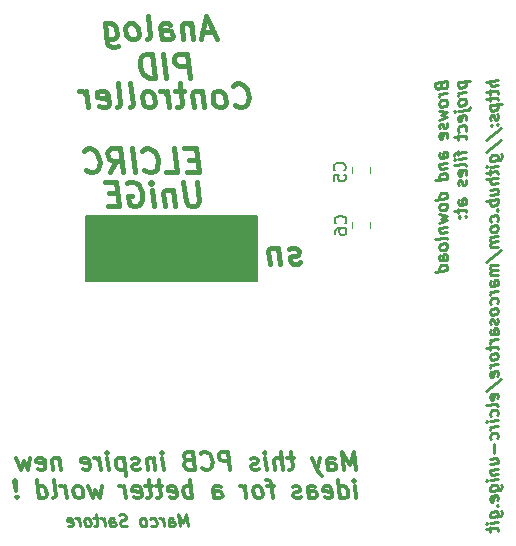
<source format=gbr>
%TF.GenerationSoftware,KiCad,Pcbnew,7.0.11-7.0.11~ubuntu22.04.1*%
%TF.CreationDate,2024-03-09T07:06:09+01:00*%
%TF.ProjectId,elcirc2024,656c6369-7263-4323-9032-342e6b696361,rev?*%
%TF.SameCoordinates,Original*%
%TF.FileFunction,Legend,Bot*%
%TF.FilePolarity,Positive*%
%FSLAX46Y46*%
G04 Gerber Fmt 4.6, Leading zero omitted, Abs format (unit mm)*
G04 Created by KiCad (PCBNEW 7.0.11-7.0.11~ubuntu22.04.1) date 2024-03-09 07:06:09*
%MOMM*%
%LPD*%
G01*
G04 APERTURE LIST*
%ADD10C,0.250000*%
%ADD11C,0.150000*%
%ADD12C,0.400000*%
%ADD13C,0.300000*%
%ADD14C,0.120000*%
G04 APERTURE END LIST*
D10*
X112530809Y-61195425D02*
X112578428Y-61332330D01*
X112578428Y-61332330D02*
X112626047Y-61373996D01*
X112626047Y-61373996D02*
X112721285Y-61409711D01*
X112721285Y-61409711D02*
X112864142Y-61391853D01*
X112864142Y-61391853D02*
X112959380Y-61332330D01*
X112959380Y-61332330D02*
X113007000Y-61278758D01*
X113007000Y-61278758D02*
X113054619Y-61177568D01*
X113054619Y-61177568D02*
X113054619Y-60796615D01*
X113054619Y-60796615D02*
X112054619Y-60921615D01*
X112054619Y-60921615D02*
X112054619Y-61254949D01*
X112054619Y-61254949D02*
X112102238Y-61344234D01*
X112102238Y-61344234D02*
X112149857Y-61385901D01*
X112149857Y-61385901D02*
X112245095Y-61421615D01*
X112245095Y-61421615D02*
X112340333Y-61409711D01*
X112340333Y-61409711D02*
X112435571Y-61350187D01*
X112435571Y-61350187D02*
X112483190Y-61296615D01*
X112483190Y-61296615D02*
X112530809Y-61195425D01*
X112530809Y-61195425D02*
X112530809Y-60862092D01*
X113054619Y-61796615D02*
X112387952Y-61879949D01*
X112578428Y-61856139D02*
X112483190Y-61915663D01*
X112483190Y-61915663D02*
X112435571Y-61969234D01*
X112435571Y-61969234D02*
X112387952Y-62070425D01*
X112387952Y-62070425D02*
X112387952Y-62165663D01*
X113054619Y-62558521D02*
X113007000Y-62469235D01*
X113007000Y-62469235D02*
X112959380Y-62427568D01*
X112959380Y-62427568D02*
X112864142Y-62391854D01*
X112864142Y-62391854D02*
X112578428Y-62427568D01*
X112578428Y-62427568D02*
X112483190Y-62487092D01*
X112483190Y-62487092D02*
X112435571Y-62540663D01*
X112435571Y-62540663D02*
X112387952Y-62641854D01*
X112387952Y-62641854D02*
X112387952Y-62784711D01*
X112387952Y-62784711D02*
X112435571Y-62873997D01*
X112435571Y-62873997D02*
X112483190Y-62915663D01*
X112483190Y-62915663D02*
X112578428Y-62951378D01*
X112578428Y-62951378D02*
X112864142Y-62915663D01*
X112864142Y-62915663D02*
X112959380Y-62856140D01*
X112959380Y-62856140D02*
X113007000Y-62802568D01*
X113007000Y-62802568D02*
X113054619Y-62701378D01*
X113054619Y-62701378D02*
X113054619Y-62558521D01*
X112387952Y-63308521D02*
X113054619Y-63415663D01*
X113054619Y-63415663D02*
X112578428Y-63665663D01*
X112578428Y-63665663D02*
X113054619Y-63796616D01*
X113054619Y-63796616D02*
X112387952Y-64070425D01*
X113007000Y-64326378D02*
X113054619Y-64415663D01*
X113054619Y-64415663D02*
X113054619Y-64606140D01*
X113054619Y-64606140D02*
X113007000Y-64707330D01*
X113007000Y-64707330D02*
X112911761Y-64766854D01*
X112911761Y-64766854D02*
X112864142Y-64772806D01*
X112864142Y-64772806D02*
X112768904Y-64737092D01*
X112768904Y-64737092D02*
X112721285Y-64647806D01*
X112721285Y-64647806D02*
X112721285Y-64504949D01*
X112721285Y-64504949D02*
X112673666Y-64415663D01*
X112673666Y-64415663D02*
X112578428Y-64379949D01*
X112578428Y-64379949D02*
X112530809Y-64385902D01*
X112530809Y-64385902D02*
X112435571Y-64445425D01*
X112435571Y-64445425D02*
X112387952Y-64546616D01*
X112387952Y-64546616D02*
X112387952Y-64689473D01*
X112387952Y-64689473D02*
X112435571Y-64778759D01*
X113007000Y-65564473D02*
X113054619Y-65463283D01*
X113054619Y-65463283D02*
X113054619Y-65272806D01*
X113054619Y-65272806D02*
X113007000Y-65183521D01*
X113007000Y-65183521D02*
X112911761Y-65147806D01*
X112911761Y-65147806D02*
X112530809Y-65195426D01*
X112530809Y-65195426D02*
X112435571Y-65254949D01*
X112435571Y-65254949D02*
X112387952Y-65356140D01*
X112387952Y-65356140D02*
X112387952Y-65546616D01*
X112387952Y-65546616D02*
X112435571Y-65635902D01*
X112435571Y-65635902D02*
X112530809Y-65671616D01*
X112530809Y-65671616D02*
X112626047Y-65659711D01*
X112626047Y-65659711D02*
X112721285Y-65171616D01*
X113054619Y-67225188D02*
X112530809Y-67290664D01*
X112530809Y-67290664D02*
X112435571Y-67254950D01*
X112435571Y-67254950D02*
X112387952Y-67165664D01*
X112387952Y-67165664D02*
X112387952Y-66975188D01*
X112387952Y-66975188D02*
X112435571Y-66873997D01*
X113007000Y-67231140D02*
X113054619Y-67129950D01*
X113054619Y-67129950D02*
X113054619Y-66891854D01*
X113054619Y-66891854D02*
X113007000Y-66802569D01*
X113007000Y-66802569D02*
X112911761Y-66766854D01*
X112911761Y-66766854D02*
X112816523Y-66778759D01*
X112816523Y-66778759D02*
X112721285Y-66838283D01*
X112721285Y-66838283D02*
X112673666Y-66939474D01*
X112673666Y-66939474D02*
X112673666Y-67177569D01*
X112673666Y-67177569D02*
X112626047Y-67278759D01*
X112387952Y-67784712D02*
X113054619Y-67701378D01*
X112483190Y-67772807D02*
X112435571Y-67826378D01*
X112435571Y-67826378D02*
X112387952Y-67927569D01*
X112387952Y-67927569D02*
X112387952Y-68070426D01*
X112387952Y-68070426D02*
X112435571Y-68159712D01*
X112435571Y-68159712D02*
X112530809Y-68195426D01*
X112530809Y-68195426D02*
X113054619Y-68129950D01*
X113054619Y-69034712D02*
X112054619Y-69159712D01*
X113007000Y-69040664D02*
X113054619Y-68939474D01*
X113054619Y-68939474D02*
X113054619Y-68748998D01*
X113054619Y-68748998D02*
X113007000Y-68659712D01*
X113007000Y-68659712D02*
X112959380Y-68618045D01*
X112959380Y-68618045D02*
X112864142Y-68582331D01*
X112864142Y-68582331D02*
X112578428Y-68618045D01*
X112578428Y-68618045D02*
X112483190Y-68677569D01*
X112483190Y-68677569D02*
X112435571Y-68731140D01*
X112435571Y-68731140D02*
X112387952Y-68832331D01*
X112387952Y-68832331D02*
X112387952Y-69022807D01*
X112387952Y-69022807D02*
X112435571Y-69112093D01*
X113054619Y-70701379D02*
X112054619Y-70826379D01*
X113007000Y-70707331D02*
X113054619Y-70606141D01*
X113054619Y-70606141D02*
X113054619Y-70415665D01*
X113054619Y-70415665D02*
X113007000Y-70326379D01*
X113007000Y-70326379D02*
X112959380Y-70284712D01*
X112959380Y-70284712D02*
X112864142Y-70248998D01*
X112864142Y-70248998D02*
X112578428Y-70284712D01*
X112578428Y-70284712D02*
X112483190Y-70344236D01*
X112483190Y-70344236D02*
X112435571Y-70397807D01*
X112435571Y-70397807D02*
X112387952Y-70498998D01*
X112387952Y-70498998D02*
X112387952Y-70689474D01*
X112387952Y-70689474D02*
X112435571Y-70778760D01*
X113054619Y-71320427D02*
X113007000Y-71231141D01*
X113007000Y-71231141D02*
X112959380Y-71189474D01*
X112959380Y-71189474D02*
X112864142Y-71153760D01*
X112864142Y-71153760D02*
X112578428Y-71189474D01*
X112578428Y-71189474D02*
X112483190Y-71248998D01*
X112483190Y-71248998D02*
X112435571Y-71302569D01*
X112435571Y-71302569D02*
X112387952Y-71403760D01*
X112387952Y-71403760D02*
X112387952Y-71546617D01*
X112387952Y-71546617D02*
X112435571Y-71635903D01*
X112435571Y-71635903D02*
X112483190Y-71677569D01*
X112483190Y-71677569D02*
X112578428Y-71713284D01*
X112578428Y-71713284D02*
X112864142Y-71677569D01*
X112864142Y-71677569D02*
X112959380Y-71618046D01*
X112959380Y-71618046D02*
X113007000Y-71564474D01*
X113007000Y-71564474D02*
X113054619Y-71463284D01*
X113054619Y-71463284D02*
X113054619Y-71320427D01*
X112387952Y-72070427D02*
X113054619Y-72177569D01*
X113054619Y-72177569D02*
X112578428Y-72427569D01*
X112578428Y-72427569D02*
X113054619Y-72558522D01*
X113054619Y-72558522D02*
X112387952Y-72832331D01*
X112387952Y-73213284D02*
X113054619Y-73129950D01*
X112483190Y-73201379D02*
X112435571Y-73254950D01*
X112435571Y-73254950D02*
X112387952Y-73356141D01*
X112387952Y-73356141D02*
X112387952Y-73498998D01*
X112387952Y-73498998D02*
X112435571Y-73588284D01*
X112435571Y-73588284D02*
X112530809Y-73623998D01*
X112530809Y-73623998D02*
X113054619Y-73558522D01*
X113054619Y-74177570D02*
X113007000Y-74088284D01*
X113007000Y-74088284D02*
X112911761Y-74052570D01*
X112911761Y-74052570D02*
X112054619Y-74159712D01*
X113054619Y-74701380D02*
X113007000Y-74612094D01*
X113007000Y-74612094D02*
X112959380Y-74570427D01*
X112959380Y-74570427D02*
X112864142Y-74534713D01*
X112864142Y-74534713D02*
X112578428Y-74570427D01*
X112578428Y-74570427D02*
X112483190Y-74629951D01*
X112483190Y-74629951D02*
X112435571Y-74683522D01*
X112435571Y-74683522D02*
X112387952Y-74784713D01*
X112387952Y-74784713D02*
X112387952Y-74927570D01*
X112387952Y-74927570D02*
X112435571Y-75016856D01*
X112435571Y-75016856D02*
X112483190Y-75058522D01*
X112483190Y-75058522D02*
X112578428Y-75094237D01*
X112578428Y-75094237D02*
X112864142Y-75058522D01*
X112864142Y-75058522D02*
X112959380Y-74998999D01*
X112959380Y-74998999D02*
X113007000Y-74945427D01*
X113007000Y-74945427D02*
X113054619Y-74844237D01*
X113054619Y-74844237D02*
X113054619Y-74701380D01*
X113054619Y-75891856D02*
X112530809Y-75957332D01*
X112530809Y-75957332D02*
X112435571Y-75921618D01*
X112435571Y-75921618D02*
X112387952Y-75832332D01*
X112387952Y-75832332D02*
X112387952Y-75641856D01*
X112387952Y-75641856D02*
X112435571Y-75540665D01*
X113007000Y-75897808D02*
X113054619Y-75796618D01*
X113054619Y-75796618D02*
X113054619Y-75558522D01*
X113054619Y-75558522D02*
X113007000Y-75469237D01*
X113007000Y-75469237D02*
X112911761Y-75433522D01*
X112911761Y-75433522D02*
X112816523Y-75445427D01*
X112816523Y-75445427D02*
X112721285Y-75504951D01*
X112721285Y-75504951D02*
X112673666Y-75606142D01*
X112673666Y-75606142D02*
X112673666Y-75844237D01*
X112673666Y-75844237D02*
X112626047Y-75945427D01*
X113054619Y-76796618D02*
X112054619Y-76921618D01*
X113007000Y-76802570D02*
X113054619Y-76701380D01*
X113054619Y-76701380D02*
X113054619Y-76510904D01*
X113054619Y-76510904D02*
X113007000Y-76421618D01*
X113007000Y-76421618D02*
X112959380Y-76379951D01*
X112959380Y-76379951D02*
X112864142Y-76344237D01*
X112864142Y-76344237D02*
X112578428Y-76379951D01*
X112578428Y-76379951D02*
X112483190Y-76439475D01*
X112483190Y-76439475D02*
X112435571Y-76493046D01*
X112435571Y-76493046D02*
X112387952Y-76594237D01*
X112387952Y-76594237D02*
X112387952Y-76784713D01*
X112387952Y-76784713D02*
X112435571Y-76873999D01*
X113997952Y-60879949D02*
X114997952Y-60754949D01*
X114045571Y-60873996D02*
X113997952Y-60975187D01*
X113997952Y-60975187D02*
X113997952Y-61165663D01*
X113997952Y-61165663D02*
X114045571Y-61254949D01*
X114045571Y-61254949D02*
X114093190Y-61296615D01*
X114093190Y-61296615D02*
X114188428Y-61332330D01*
X114188428Y-61332330D02*
X114474142Y-61296615D01*
X114474142Y-61296615D02*
X114569380Y-61237092D01*
X114569380Y-61237092D02*
X114617000Y-61183520D01*
X114617000Y-61183520D02*
X114664619Y-61082330D01*
X114664619Y-61082330D02*
X114664619Y-60891853D01*
X114664619Y-60891853D02*
X114617000Y-60802568D01*
X114664619Y-61701377D02*
X113997952Y-61784711D01*
X114188428Y-61760901D02*
X114093190Y-61820425D01*
X114093190Y-61820425D02*
X114045571Y-61873996D01*
X114045571Y-61873996D02*
X113997952Y-61975187D01*
X113997952Y-61975187D02*
X113997952Y-62070425D01*
X114664619Y-62463283D02*
X114617000Y-62373997D01*
X114617000Y-62373997D02*
X114569380Y-62332330D01*
X114569380Y-62332330D02*
X114474142Y-62296616D01*
X114474142Y-62296616D02*
X114188428Y-62332330D01*
X114188428Y-62332330D02*
X114093190Y-62391854D01*
X114093190Y-62391854D02*
X114045571Y-62445425D01*
X114045571Y-62445425D02*
X113997952Y-62546616D01*
X113997952Y-62546616D02*
X113997952Y-62689473D01*
X113997952Y-62689473D02*
X114045571Y-62778759D01*
X114045571Y-62778759D02*
X114093190Y-62820425D01*
X114093190Y-62820425D02*
X114188428Y-62856140D01*
X114188428Y-62856140D02*
X114474142Y-62820425D01*
X114474142Y-62820425D02*
X114569380Y-62760902D01*
X114569380Y-62760902D02*
X114617000Y-62707330D01*
X114617000Y-62707330D02*
X114664619Y-62606140D01*
X114664619Y-62606140D02*
X114664619Y-62463283D01*
X113997952Y-63308521D02*
X114855095Y-63201378D01*
X114855095Y-63201378D02*
X114950333Y-63141854D01*
X114950333Y-63141854D02*
X114997952Y-63040664D01*
X114997952Y-63040664D02*
X114997952Y-62993045D01*
X113664619Y-63350187D02*
X113712238Y-63296616D01*
X113712238Y-63296616D02*
X113759857Y-63338283D01*
X113759857Y-63338283D02*
X113712238Y-63391854D01*
X113712238Y-63391854D02*
X113664619Y-63350187D01*
X113664619Y-63350187D02*
X113759857Y-63338283D01*
X114617000Y-64088282D02*
X114664619Y-63987092D01*
X114664619Y-63987092D02*
X114664619Y-63796615D01*
X114664619Y-63796615D02*
X114617000Y-63707330D01*
X114617000Y-63707330D02*
X114521761Y-63671615D01*
X114521761Y-63671615D02*
X114140809Y-63719235D01*
X114140809Y-63719235D02*
X114045571Y-63778758D01*
X114045571Y-63778758D02*
X113997952Y-63879949D01*
X113997952Y-63879949D02*
X113997952Y-64070425D01*
X113997952Y-64070425D02*
X114045571Y-64159711D01*
X114045571Y-64159711D02*
X114140809Y-64195425D01*
X114140809Y-64195425D02*
X114236047Y-64183520D01*
X114236047Y-64183520D02*
X114331285Y-63695425D01*
X114617000Y-64993044D02*
X114664619Y-64891854D01*
X114664619Y-64891854D02*
X114664619Y-64701378D01*
X114664619Y-64701378D02*
X114617000Y-64612092D01*
X114617000Y-64612092D02*
X114569380Y-64570425D01*
X114569380Y-64570425D02*
X114474142Y-64534711D01*
X114474142Y-64534711D02*
X114188428Y-64570425D01*
X114188428Y-64570425D02*
X114093190Y-64629949D01*
X114093190Y-64629949D02*
X114045571Y-64683520D01*
X114045571Y-64683520D02*
X113997952Y-64784711D01*
X113997952Y-64784711D02*
X113997952Y-64975187D01*
X113997952Y-64975187D02*
X114045571Y-65064473D01*
X113997952Y-65356140D02*
X113997952Y-65737092D01*
X113664619Y-65540663D02*
X114521761Y-65433521D01*
X114521761Y-65433521D02*
X114617000Y-65469235D01*
X114617000Y-65469235D02*
X114664619Y-65558521D01*
X114664619Y-65558521D02*
X114664619Y-65653759D01*
X113997952Y-66689474D02*
X113997952Y-67070426D01*
X114664619Y-66748997D02*
X113807476Y-66856140D01*
X113807476Y-66856140D02*
X113712238Y-66915664D01*
X113712238Y-66915664D02*
X113664619Y-67016855D01*
X113664619Y-67016855D02*
X113664619Y-67112093D01*
X114664619Y-67320426D02*
X113997952Y-67403760D01*
X113664619Y-67445426D02*
X113712238Y-67391855D01*
X113712238Y-67391855D02*
X113759857Y-67433522D01*
X113759857Y-67433522D02*
X113712238Y-67487093D01*
X113712238Y-67487093D02*
X113664619Y-67445426D01*
X113664619Y-67445426D02*
X113759857Y-67433522D01*
X114664619Y-67939474D02*
X114617000Y-67850188D01*
X114617000Y-67850188D02*
X114521761Y-67814474D01*
X114521761Y-67814474D02*
X113664619Y-67921616D01*
X114617000Y-68707331D02*
X114664619Y-68606141D01*
X114664619Y-68606141D02*
X114664619Y-68415664D01*
X114664619Y-68415664D02*
X114617000Y-68326379D01*
X114617000Y-68326379D02*
X114521761Y-68290664D01*
X114521761Y-68290664D02*
X114140809Y-68338284D01*
X114140809Y-68338284D02*
X114045571Y-68397807D01*
X114045571Y-68397807D02*
X113997952Y-68498998D01*
X113997952Y-68498998D02*
X113997952Y-68689474D01*
X113997952Y-68689474D02*
X114045571Y-68778760D01*
X114045571Y-68778760D02*
X114140809Y-68814474D01*
X114140809Y-68814474D02*
X114236047Y-68802569D01*
X114236047Y-68802569D02*
X114331285Y-68314474D01*
X114617000Y-69135903D02*
X114664619Y-69225188D01*
X114664619Y-69225188D02*
X114664619Y-69415665D01*
X114664619Y-69415665D02*
X114617000Y-69516855D01*
X114617000Y-69516855D02*
X114521761Y-69576379D01*
X114521761Y-69576379D02*
X114474142Y-69582331D01*
X114474142Y-69582331D02*
X114378904Y-69546617D01*
X114378904Y-69546617D02*
X114331285Y-69457331D01*
X114331285Y-69457331D02*
X114331285Y-69314474D01*
X114331285Y-69314474D02*
X114283666Y-69225188D01*
X114283666Y-69225188D02*
X114188428Y-69189474D01*
X114188428Y-69189474D02*
X114140809Y-69195427D01*
X114140809Y-69195427D02*
X114045571Y-69254950D01*
X114045571Y-69254950D02*
X113997952Y-69356141D01*
X113997952Y-69356141D02*
X113997952Y-69498998D01*
X113997952Y-69498998D02*
X114045571Y-69588284D01*
X114664619Y-71177570D02*
X114140809Y-71243046D01*
X114140809Y-71243046D02*
X114045571Y-71207332D01*
X114045571Y-71207332D02*
X113997952Y-71118046D01*
X113997952Y-71118046D02*
X113997952Y-70927570D01*
X113997952Y-70927570D02*
X114045571Y-70826379D01*
X114617000Y-71183522D02*
X114664619Y-71082332D01*
X114664619Y-71082332D02*
X114664619Y-70844236D01*
X114664619Y-70844236D02*
X114617000Y-70754951D01*
X114617000Y-70754951D02*
X114521761Y-70719236D01*
X114521761Y-70719236D02*
X114426523Y-70731141D01*
X114426523Y-70731141D02*
X114331285Y-70790665D01*
X114331285Y-70790665D02*
X114283666Y-70891856D01*
X114283666Y-70891856D02*
X114283666Y-71129951D01*
X114283666Y-71129951D02*
X114236047Y-71231141D01*
X113997952Y-71594237D02*
X113997952Y-71975189D01*
X113664619Y-71778760D02*
X114521761Y-71671618D01*
X114521761Y-71671618D02*
X114617000Y-71707332D01*
X114617000Y-71707332D02*
X114664619Y-71796618D01*
X114664619Y-71796618D02*
X114664619Y-71891856D01*
X114569380Y-72237094D02*
X114617000Y-72278761D01*
X114617000Y-72278761D02*
X114664619Y-72225189D01*
X114664619Y-72225189D02*
X114617000Y-72183523D01*
X114617000Y-72183523D02*
X114569380Y-72237094D01*
X114569380Y-72237094D02*
X114664619Y-72225189D01*
X114045571Y-72302570D02*
X114093190Y-72344237D01*
X114093190Y-72344237D02*
X114140809Y-72290666D01*
X114140809Y-72290666D02*
X114093190Y-72248999D01*
X114093190Y-72248999D02*
X114045571Y-72302570D01*
X114045571Y-72302570D02*
X114140809Y-72290666D01*
X117364619Y-60696615D02*
X116364619Y-60821615D01*
X117364619Y-61125187D02*
X116840809Y-61190663D01*
X116840809Y-61190663D02*
X116745571Y-61154949D01*
X116745571Y-61154949D02*
X116697952Y-61065663D01*
X116697952Y-61065663D02*
X116697952Y-60922806D01*
X116697952Y-60922806D02*
X116745571Y-60821615D01*
X116745571Y-60821615D02*
X116793190Y-60768044D01*
X116697952Y-61541854D02*
X116697952Y-61922806D01*
X116364619Y-61726377D02*
X117221761Y-61619235D01*
X117221761Y-61619235D02*
X117317000Y-61654949D01*
X117317000Y-61654949D02*
X117364619Y-61744235D01*
X117364619Y-61744235D02*
X117364619Y-61839473D01*
X116697952Y-62113283D02*
X116697952Y-62494235D01*
X116364619Y-62297806D02*
X117221761Y-62190664D01*
X117221761Y-62190664D02*
X117317000Y-62226378D01*
X117317000Y-62226378D02*
X117364619Y-62315664D01*
X117364619Y-62315664D02*
X117364619Y-62410902D01*
X116697952Y-62827569D02*
X117697952Y-62702569D01*
X116745571Y-62821616D02*
X116697952Y-62922807D01*
X116697952Y-62922807D02*
X116697952Y-63113283D01*
X116697952Y-63113283D02*
X116745571Y-63202569D01*
X116745571Y-63202569D02*
X116793190Y-63244235D01*
X116793190Y-63244235D02*
X116888428Y-63279950D01*
X116888428Y-63279950D02*
X117174142Y-63244235D01*
X117174142Y-63244235D02*
X117269380Y-63184712D01*
X117269380Y-63184712D02*
X117317000Y-63131140D01*
X117317000Y-63131140D02*
X117364619Y-63029950D01*
X117364619Y-63029950D02*
X117364619Y-62839473D01*
X117364619Y-62839473D02*
X117317000Y-62750188D01*
X117317000Y-63607331D02*
X117364619Y-63696616D01*
X117364619Y-63696616D02*
X117364619Y-63887093D01*
X117364619Y-63887093D02*
X117317000Y-63988283D01*
X117317000Y-63988283D02*
X117221761Y-64047807D01*
X117221761Y-64047807D02*
X117174142Y-64053759D01*
X117174142Y-64053759D02*
X117078904Y-64018045D01*
X117078904Y-64018045D02*
X117031285Y-63928759D01*
X117031285Y-63928759D02*
X117031285Y-63785902D01*
X117031285Y-63785902D02*
X116983666Y-63696616D01*
X116983666Y-63696616D02*
X116888428Y-63660902D01*
X116888428Y-63660902D02*
X116840809Y-63666855D01*
X116840809Y-63666855D02*
X116745571Y-63726378D01*
X116745571Y-63726378D02*
X116697952Y-63827569D01*
X116697952Y-63827569D02*
X116697952Y-63970426D01*
X116697952Y-63970426D02*
X116745571Y-64059712D01*
X117269380Y-64470426D02*
X117317000Y-64512093D01*
X117317000Y-64512093D02*
X117364619Y-64458521D01*
X117364619Y-64458521D02*
X117317000Y-64416855D01*
X117317000Y-64416855D02*
X117269380Y-64470426D01*
X117269380Y-64470426D02*
X117364619Y-64458521D01*
X116745571Y-64535902D02*
X116793190Y-64577569D01*
X116793190Y-64577569D02*
X116840809Y-64523998D01*
X116840809Y-64523998D02*
X116793190Y-64482331D01*
X116793190Y-64482331D02*
X116745571Y-64535902D01*
X116745571Y-64535902D02*
X116840809Y-64523998D01*
X116317000Y-65779949D02*
X117602714Y-64762092D01*
X116317000Y-66827568D02*
X117602714Y-65809711D01*
X116697952Y-67541854D02*
X117507476Y-67440664D01*
X117507476Y-67440664D02*
X117602714Y-67381140D01*
X117602714Y-67381140D02*
X117650333Y-67327568D01*
X117650333Y-67327568D02*
X117697952Y-67226378D01*
X117697952Y-67226378D02*
X117697952Y-67083521D01*
X117697952Y-67083521D02*
X117650333Y-66994235D01*
X117317000Y-67464473D02*
X117364619Y-67363283D01*
X117364619Y-67363283D02*
X117364619Y-67172807D01*
X117364619Y-67172807D02*
X117317000Y-67083521D01*
X117317000Y-67083521D02*
X117269380Y-67041854D01*
X117269380Y-67041854D02*
X117174142Y-67006140D01*
X117174142Y-67006140D02*
X116888428Y-67041854D01*
X116888428Y-67041854D02*
X116793190Y-67101378D01*
X116793190Y-67101378D02*
X116745571Y-67154949D01*
X116745571Y-67154949D02*
X116697952Y-67256140D01*
X116697952Y-67256140D02*
X116697952Y-67446616D01*
X116697952Y-67446616D02*
X116745571Y-67535902D01*
X117364619Y-67934711D02*
X116697952Y-68018045D01*
X116364619Y-68059711D02*
X116412238Y-68006140D01*
X116412238Y-68006140D02*
X116459857Y-68047807D01*
X116459857Y-68047807D02*
X116412238Y-68101378D01*
X116412238Y-68101378D02*
X116364619Y-68059711D01*
X116364619Y-68059711D02*
X116459857Y-68047807D01*
X116697952Y-68351378D02*
X116697952Y-68732330D01*
X116364619Y-68535901D02*
X117221761Y-68428759D01*
X117221761Y-68428759D02*
X117317000Y-68464473D01*
X117317000Y-68464473D02*
X117364619Y-68553759D01*
X117364619Y-68553759D02*
X117364619Y-68648997D01*
X117364619Y-68982330D02*
X116364619Y-69107330D01*
X117364619Y-69410902D02*
X116840809Y-69476378D01*
X116840809Y-69476378D02*
X116745571Y-69440664D01*
X116745571Y-69440664D02*
X116697952Y-69351378D01*
X116697952Y-69351378D02*
X116697952Y-69208521D01*
X116697952Y-69208521D02*
X116745571Y-69107330D01*
X116745571Y-69107330D02*
X116793190Y-69053759D01*
X116697952Y-70398997D02*
X117364619Y-70315664D01*
X116697952Y-69970426D02*
X117221761Y-69904950D01*
X117221761Y-69904950D02*
X117317000Y-69940664D01*
X117317000Y-69940664D02*
X117364619Y-70029950D01*
X117364619Y-70029950D02*
X117364619Y-70172807D01*
X117364619Y-70172807D02*
X117317000Y-70273997D01*
X117317000Y-70273997D02*
X117269380Y-70327569D01*
X117364619Y-70791854D02*
X116364619Y-70916854D01*
X116745571Y-70869235D02*
X116697952Y-70970426D01*
X116697952Y-70970426D02*
X116697952Y-71160902D01*
X116697952Y-71160902D02*
X116745571Y-71250188D01*
X116745571Y-71250188D02*
X116793190Y-71291854D01*
X116793190Y-71291854D02*
X116888428Y-71327569D01*
X116888428Y-71327569D02*
X117174142Y-71291854D01*
X117174142Y-71291854D02*
X117269380Y-71232331D01*
X117269380Y-71232331D02*
X117317000Y-71178759D01*
X117317000Y-71178759D02*
X117364619Y-71077569D01*
X117364619Y-71077569D02*
X117364619Y-70887092D01*
X117364619Y-70887092D02*
X117317000Y-70797807D01*
X117269380Y-71708521D02*
X117317000Y-71750188D01*
X117317000Y-71750188D02*
X117364619Y-71696616D01*
X117364619Y-71696616D02*
X117317000Y-71654950D01*
X117317000Y-71654950D02*
X117269380Y-71708521D01*
X117269380Y-71708521D02*
X117364619Y-71696616D01*
X117317000Y-72607330D02*
X117364619Y-72506140D01*
X117364619Y-72506140D02*
X117364619Y-72315664D01*
X117364619Y-72315664D02*
X117317000Y-72226378D01*
X117317000Y-72226378D02*
X117269380Y-72184711D01*
X117269380Y-72184711D02*
X117174142Y-72148997D01*
X117174142Y-72148997D02*
X116888428Y-72184711D01*
X116888428Y-72184711D02*
X116793190Y-72244235D01*
X116793190Y-72244235D02*
X116745571Y-72297806D01*
X116745571Y-72297806D02*
X116697952Y-72398997D01*
X116697952Y-72398997D02*
X116697952Y-72589473D01*
X116697952Y-72589473D02*
X116745571Y-72678759D01*
X117364619Y-73172807D02*
X117317000Y-73083521D01*
X117317000Y-73083521D02*
X117269380Y-73041854D01*
X117269380Y-73041854D02*
X117174142Y-73006140D01*
X117174142Y-73006140D02*
X116888428Y-73041854D01*
X116888428Y-73041854D02*
X116793190Y-73101378D01*
X116793190Y-73101378D02*
X116745571Y-73154949D01*
X116745571Y-73154949D02*
X116697952Y-73256140D01*
X116697952Y-73256140D02*
X116697952Y-73398997D01*
X116697952Y-73398997D02*
X116745571Y-73488283D01*
X116745571Y-73488283D02*
X116793190Y-73529949D01*
X116793190Y-73529949D02*
X116888428Y-73565664D01*
X116888428Y-73565664D02*
X117174142Y-73529949D01*
X117174142Y-73529949D02*
X117269380Y-73470426D01*
X117269380Y-73470426D02*
X117317000Y-73416854D01*
X117317000Y-73416854D02*
X117364619Y-73315664D01*
X117364619Y-73315664D02*
X117364619Y-73172807D01*
X117364619Y-73934711D02*
X116697952Y-74018045D01*
X116793190Y-74006140D02*
X116745571Y-74059711D01*
X116745571Y-74059711D02*
X116697952Y-74160902D01*
X116697952Y-74160902D02*
X116697952Y-74303759D01*
X116697952Y-74303759D02*
X116745571Y-74393045D01*
X116745571Y-74393045D02*
X116840809Y-74428759D01*
X116840809Y-74428759D02*
X117364619Y-74363283D01*
X116840809Y-74428759D02*
X116745571Y-74488283D01*
X116745571Y-74488283D02*
X116697952Y-74589473D01*
X116697952Y-74589473D02*
X116697952Y-74732330D01*
X116697952Y-74732330D02*
X116745571Y-74821616D01*
X116745571Y-74821616D02*
X116840809Y-74857330D01*
X116840809Y-74857330D02*
X117364619Y-74791854D01*
X116317000Y-76113282D02*
X117602714Y-75095425D01*
X117364619Y-76315663D02*
X116697952Y-76398997D01*
X116793190Y-76387092D02*
X116745571Y-76440663D01*
X116745571Y-76440663D02*
X116697952Y-76541854D01*
X116697952Y-76541854D02*
X116697952Y-76684711D01*
X116697952Y-76684711D02*
X116745571Y-76773997D01*
X116745571Y-76773997D02*
X116840809Y-76809711D01*
X116840809Y-76809711D02*
X117364619Y-76744235D01*
X116840809Y-76809711D02*
X116745571Y-76869235D01*
X116745571Y-76869235D02*
X116697952Y-76970425D01*
X116697952Y-76970425D02*
X116697952Y-77113282D01*
X116697952Y-77113282D02*
X116745571Y-77202568D01*
X116745571Y-77202568D02*
X116840809Y-77238282D01*
X116840809Y-77238282D02*
X117364619Y-77172806D01*
X117364619Y-78077568D02*
X116840809Y-78143044D01*
X116840809Y-78143044D02*
X116745571Y-78107330D01*
X116745571Y-78107330D02*
X116697952Y-78018044D01*
X116697952Y-78018044D02*
X116697952Y-77827568D01*
X116697952Y-77827568D02*
X116745571Y-77726377D01*
X117317000Y-78083520D02*
X117364619Y-77982330D01*
X117364619Y-77982330D02*
X117364619Y-77744234D01*
X117364619Y-77744234D02*
X117317000Y-77654949D01*
X117317000Y-77654949D02*
X117221761Y-77619234D01*
X117221761Y-77619234D02*
X117126523Y-77631139D01*
X117126523Y-77631139D02*
X117031285Y-77690663D01*
X117031285Y-77690663D02*
X116983666Y-77791854D01*
X116983666Y-77791854D02*
X116983666Y-78029949D01*
X116983666Y-78029949D02*
X116936047Y-78131139D01*
X117364619Y-78553758D02*
X116697952Y-78637092D01*
X116888428Y-78613282D02*
X116793190Y-78672806D01*
X116793190Y-78672806D02*
X116745571Y-78726377D01*
X116745571Y-78726377D02*
X116697952Y-78827568D01*
X116697952Y-78827568D02*
X116697952Y-78922806D01*
X117317000Y-79607330D02*
X117364619Y-79506140D01*
X117364619Y-79506140D02*
X117364619Y-79315664D01*
X117364619Y-79315664D02*
X117317000Y-79226378D01*
X117317000Y-79226378D02*
X117269380Y-79184711D01*
X117269380Y-79184711D02*
X117174142Y-79148997D01*
X117174142Y-79148997D02*
X116888428Y-79184711D01*
X116888428Y-79184711D02*
X116793190Y-79244235D01*
X116793190Y-79244235D02*
X116745571Y-79297806D01*
X116745571Y-79297806D02*
X116697952Y-79398997D01*
X116697952Y-79398997D02*
X116697952Y-79589473D01*
X116697952Y-79589473D02*
X116745571Y-79678759D01*
X117364619Y-80172807D02*
X117317000Y-80083521D01*
X117317000Y-80083521D02*
X117269380Y-80041854D01*
X117269380Y-80041854D02*
X117174142Y-80006140D01*
X117174142Y-80006140D02*
X116888428Y-80041854D01*
X116888428Y-80041854D02*
X116793190Y-80101378D01*
X116793190Y-80101378D02*
X116745571Y-80154949D01*
X116745571Y-80154949D02*
X116697952Y-80256140D01*
X116697952Y-80256140D02*
X116697952Y-80398997D01*
X116697952Y-80398997D02*
X116745571Y-80488283D01*
X116745571Y-80488283D02*
X116793190Y-80529949D01*
X116793190Y-80529949D02*
X116888428Y-80565664D01*
X116888428Y-80565664D02*
X117174142Y-80529949D01*
X117174142Y-80529949D02*
X117269380Y-80470426D01*
X117269380Y-80470426D02*
X117317000Y-80416854D01*
X117317000Y-80416854D02*
X117364619Y-80315664D01*
X117364619Y-80315664D02*
X117364619Y-80172807D01*
X117317000Y-80893045D02*
X117364619Y-80982330D01*
X117364619Y-80982330D02*
X117364619Y-81172807D01*
X117364619Y-81172807D02*
X117317000Y-81273997D01*
X117317000Y-81273997D02*
X117221761Y-81333521D01*
X117221761Y-81333521D02*
X117174142Y-81339473D01*
X117174142Y-81339473D02*
X117078904Y-81303759D01*
X117078904Y-81303759D02*
X117031285Y-81214473D01*
X117031285Y-81214473D02*
X117031285Y-81071616D01*
X117031285Y-81071616D02*
X116983666Y-80982330D01*
X116983666Y-80982330D02*
X116888428Y-80946616D01*
X116888428Y-80946616D02*
X116840809Y-80952569D01*
X116840809Y-80952569D02*
X116745571Y-81012092D01*
X116745571Y-81012092D02*
X116697952Y-81113283D01*
X116697952Y-81113283D02*
X116697952Y-81256140D01*
X116697952Y-81256140D02*
X116745571Y-81345426D01*
X117364619Y-82172807D02*
X116840809Y-82238283D01*
X116840809Y-82238283D02*
X116745571Y-82202569D01*
X116745571Y-82202569D02*
X116697952Y-82113283D01*
X116697952Y-82113283D02*
X116697952Y-81922807D01*
X116697952Y-81922807D02*
X116745571Y-81821616D01*
X117317000Y-82178759D02*
X117364619Y-82077569D01*
X117364619Y-82077569D02*
X117364619Y-81839473D01*
X117364619Y-81839473D02*
X117317000Y-81750188D01*
X117317000Y-81750188D02*
X117221761Y-81714473D01*
X117221761Y-81714473D02*
X117126523Y-81726378D01*
X117126523Y-81726378D02*
X117031285Y-81785902D01*
X117031285Y-81785902D02*
X116983666Y-81887093D01*
X116983666Y-81887093D02*
X116983666Y-82125188D01*
X116983666Y-82125188D02*
X116936047Y-82226378D01*
X117364619Y-82648997D02*
X116697952Y-82732331D01*
X116888428Y-82708521D02*
X116793190Y-82768045D01*
X116793190Y-82768045D02*
X116745571Y-82821616D01*
X116745571Y-82821616D02*
X116697952Y-82922807D01*
X116697952Y-82922807D02*
X116697952Y-83018045D01*
X116697952Y-83208522D02*
X116697952Y-83589474D01*
X116364619Y-83393045D02*
X117221761Y-83285903D01*
X117221761Y-83285903D02*
X117317000Y-83321617D01*
X117317000Y-83321617D02*
X117364619Y-83410903D01*
X117364619Y-83410903D02*
X117364619Y-83506141D01*
X117364619Y-83982332D02*
X117317000Y-83893046D01*
X117317000Y-83893046D02*
X117269380Y-83851379D01*
X117269380Y-83851379D02*
X117174142Y-83815665D01*
X117174142Y-83815665D02*
X116888428Y-83851379D01*
X116888428Y-83851379D02*
X116793190Y-83910903D01*
X116793190Y-83910903D02*
X116745571Y-83964474D01*
X116745571Y-83964474D02*
X116697952Y-84065665D01*
X116697952Y-84065665D02*
X116697952Y-84208522D01*
X116697952Y-84208522D02*
X116745571Y-84297808D01*
X116745571Y-84297808D02*
X116793190Y-84339474D01*
X116793190Y-84339474D02*
X116888428Y-84375189D01*
X116888428Y-84375189D02*
X117174142Y-84339474D01*
X117174142Y-84339474D02*
X117269380Y-84279951D01*
X117269380Y-84279951D02*
X117317000Y-84226379D01*
X117317000Y-84226379D02*
X117364619Y-84125189D01*
X117364619Y-84125189D02*
X117364619Y-83982332D01*
X117364619Y-84744236D02*
X116697952Y-84827570D01*
X116888428Y-84803760D02*
X116793190Y-84863284D01*
X116793190Y-84863284D02*
X116745571Y-84916855D01*
X116745571Y-84916855D02*
X116697952Y-85018046D01*
X116697952Y-85018046D02*
X116697952Y-85113284D01*
X117317000Y-85750189D02*
X117364619Y-85648999D01*
X117364619Y-85648999D02*
X117364619Y-85458522D01*
X117364619Y-85458522D02*
X117317000Y-85369237D01*
X117317000Y-85369237D02*
X117221761Y-85333522D01*
X117221761Y-85333522D02*
X116840809Y-85381142D01*
X116840809Y-85381142D02*
X116745571Y-85440665D01*
X116745571Y-85440665D02*
X116697952Y-85541856D01*
X116697952Y-85541856D02*
X116697952Y-85732332D01*
X116697952Y-85732332D02*
X116745571Y-85821618D01*
X116745571Y-85821618D02*
X116840809Y-85857332D01*
X116840809Y-85857332D02*
X116936047Y-85845427D01*
X116936047Y-85845427D02*
X117031285Y-85357332D01*
X116317000Y-87065665D02*
X117602714Y-86047808D01*
X117317000Y-87654951D02*
X117364619Y-87553761D01*
X117364619Y-87553761D02*
X117364619Y-87363284D01*
X117364619Y-87363284D02*
X117317000Y-87273999D01*
X117317000Y-87273999D02*
X117221761Y-87238284D01*
X117221761Y-87238284D02*
X116840809Y-87285904D01*
X116840809Y-87285904D02*
X116745571Y-87345427D01*
X116745571Y-87345427D02*
X116697952Y-87446618D01*
X116697952Y-87446618D02*
X116697952Y-87637094D01*
X116697952Y-87637094D02*
X116745571Y-87726380D01*
X116745571Y-87726380D02*
X116840809Y-87762094D01*
X116840809Y-87762094D02*
X116936047Y-87750189D01*
X116936047Y-87750189D02*
X117031285Y-87262094D01*
X117364619Y-88268047D02*
X117317000Y-88178761D01*
X117317000Y-88178761D02*
X117221761Y-88143047D01*
X117221761Y-88143047D02*
X116364619Y-88250189D01*
X117317000Y-89083523D02*
X117364619Y-88982333D01*
X117364619Y-88982333D02*
X117364619Y-88791857D01*
X117364619Y-88791857D02*
X117317000Y-88702571D01*
X117317000Y-88702571D02*
X117269380Y-88660904D01*
X117269380Y-88660904D02*
X117174142Y-88625190D01*
X117174142Y-88625190D02*
X116888428Y-88660904D01*
X116888428Y-88660904D02*
X116793190Y-88720428D01*
X116793190Y-88720428D02*
X116745571Y-88773999D01*
X116745571Y-88773999D02*
X116697952Y-88875190D01*
X116697952Y-88875190D02*
X116697952Y-89065666D01*
X116697952Y-89065666D02*
X116745571Y-89154952D01*
X117364619Y-89506142D02*
X116697952Y-89589476D01*
X116364619Y-89631142D02*
X116412238Y-89577571D01*
X116412238Y-89577571D02*
X116459857Y-89619238D01*
X116459857Y-89619238D02*
X116412238Y-89672809D01*
X116412238Y-89672809D02*
X116364619Y-89631142D01*
X116364619Y-89631142D02*
X116459857Y-89619238D01*
X117364619Y-89982332D02*
X116697952Y-90065666D01*
X116888428Y-90041856D02*
X116793190Y-90101380D01*
X116793190Y-90101380D02*
X116745571Y-90154951D01*
X116745571Y-90154951D02*
X116697952Y-90256142D01*
X116697952Y-90256142D02*
X116697952Y-90351380D01*
X117317000Y-91035904D02*
X117364619Y-90934714D01*
X117364619Y-90934714D02*
X117364619Y-90744238D01*
X117364619Y-90744238D02*
X117317000Y-90654952D01*
X117317000Y-90654952D02*
X117269380Y-90613285D01*
X117269380Y-90613285D02*
X117174142Y-90577571D01*
X117174142Y-90577571D02*
X116888428Y-90613285D01*
X116888428Y-90613285D02*
X116793190Y-90672809D01*
X116793190Y-90672809D02*
X116745571Y-90726380D01*
X116745571Y-90726380D02*
X116697952Y-90827571D01*
X116697952Y-90827571D02*
X116697952Y-91018047D01*
X116697952Y-91018047D02*
X116745571Y-91107333D01*
X116983666Y-91506142D02*
X116983666Y-92268047D01*
X116697952Y-93208523D02*
X117364619Y-93125190D01*
X116697952Y-92779952D02*
X117221761Y-92714476D01*
X117221761Y-92714476D02*
X117317000Y-92750190D01*
X117317000Y-92750190D02*
X117364619Y-92839476D01*
X117364619Y-92839476D02*
X117364619Y-92982333D01*
X117364619Y-92982333D02*
X117317000Y-93083523D01*
X117317000Y-93083523D02*
X117269380Y-93137095D01*
X116697952Y-93684714D02*
X117364619Y-93601380D01*
X116793190Y-93672809D02*
X116745571Y-93726380D01*
X116745571Y-93726380D02*
X116697952Y-93827571D01*
X116697952Y-93827571D02*
X116697952Y-93970428D01*
X116697952Y-93970428D02*
X116745571Y-94059714D01*
X116745571Y-94059714D02*
X116840809Y-94095428D01*
X116840809Y-94095428D02*
X117364619Y-94029952D01*
X117364619Y-94506142D02*
X116697952Y-94589476D01*
X116364619Y-94631142D02*
X116412238Y-94577571D01*
X116412238Y-94577571D02*
X116459857Y-94619238D01*
X116459857Y-94619238D02*
X116412238Y-94672809D01*
X116412238Y-94672809D02*
X116364619Y-94631142D01*
X116364619Y-94631142D02*
X116459857Y-94619238D01*
X116697952Y-95494237D02*
X117507476Y-95393047D01*
X117507476Y-95393047D02*
X117602714Y-95333523D01*
X117602714Y-95333523D02*
X117650333Y-95279951D01*
X117650333Y-95279951D02*
X117697952Y-95178761D01*
X117697952Y-95178761D02*
X117697952Y-95035904D01*
X117697952Y-95035904D02*
X117650333Y-94946618D01*
X117317000Y-95416856D02*
X117364619Y-95315666D01*
X117364619Y-95315666D02*
X117364619Y-95125190D01*
X117364619Y-95125190D02*
X117317000Y-95035904D01*
X117317000Y-95035904D02*
X117269380Y-94994237D01*
X117269380Y-94994237D02*
X117174142Y-94958523D01*
X117174142Y-94958523D02*
X116888428Y-94994237D01*
X116888428Y-94994237D02*
X116793190Y-95053761D01*
X116793190Y-95053761D02*
X116745571Y-95107332D01*
X116745571Y-95107332D02*
X116697952Y-95208523D01*
X116697952Y-95208523D02*
X116697952Y-95398999D01*
X116697952Y-95398999D02*
X116745571Y-95488285D01*
X117317000Y-96273999D02*
X117364619Y-96172809D01*
X117364619Y-96172809D02*
X117364619Y-95982332D01*
X117364619Y-95982332D02*
X117317000Y-95893047D01*
X117317000Y-95893047D02*
X117221761Y-95857332D01*
X117221761Y-95857332D02*
X116840809Y-95904952D01*
X116840809Y-95904952D02*
X116745571Y-95964475D01*
X116745571Y-95964475D02*
X116697952Y-96065666D01*
X116697952Y-96065666D02*
X116697952Y-96256142D01*
X116697952Y-96256142D02*
X116745571Y-96345428D01*
X116745571Y-96345428D02*
X116840809Y-96381142D01*
X116840809Y-96381142D02*
X116936047Y-96369237D01*
X116936047Y-96369237D02*
X117031285Y-95881142D01*
X117269380Y-96756142D02*
X117317000Y-96797809D01*
X117317000Y-96797809D02*
X117364619Y-96744237D01*
X117364619Y-96744237D02*
X117317000Y-96702571D01*
X117317000Y-96702571D02*
X117269380Y-96756142D01*
X117269380Y-96756142D02*
X117364619Y-96744237D01*
X116697952Y-97732332D02*
X117507476Y-97631142D01*
X117507476Y-97631142D02*
X117602714Y-97571618D01*
X117602714Y-97571618D02*
X117650333Y-97518046D01*
X117650333Y-97518046D02*
X117697952Y-97416856D01*
X117697952Y-97416856D02*
X117697952Y-97273999D01*
X117697952Y-97273999D02*
X117650333Y-97184713D01*
X117317000Y-97654951D02*
X117364619Y-97553761D01*
X117364619Y-97553761D02*
X117364619Y-97363285D01*
X117364619Y-97363285D02*
X117317000Y-97273999D01*
X117317000Y-97273999D02*
X117269380Y-97232332D01*
X117269380Y-97232332D02*
X117174142Y-97196618D01*
X117174142Y-97196618D02*
X116888428Y-97232332D01*
X116888428Y-97232332D02*
X116793190Y-97291856D01*
X116793190Y-97291856D02*
X116745571Y-97345427D01*
X116745571Y-97345427D02*
X116697952Y-97446618D01*
X116697952Y-97446618D02*
X116697952Y-97637094D01*
X116697952Y-97637094D02*
X116745571Y-97726380D01*
X117364619Y-98125189D02*
X116697952Y-98208523D01*
X116364619Y-98250189D02*
X116412238Y-98196618D01*
X116412238Y-98196618D02*
X116459857Y-98238285D01*
X116459857Y-98238285D02*
X116412238Y-98291856D01*
X116412238Y-98291856D02*
X116364619Y-98250189D01*
X116364619Y-98250189D02*
X116459857Y-98238285D01*
X116697952Y-98541856D02*
X116697952Y-98922808D01*
X116364619Y-98726379D02*
X117221761Y-98619237D01*
X117221761Y-98619237D02*
X117317000Y-98654951D01*
X117317000Y-98654951D02*
X117364619Y-98744237D01*
X117364619Y-98744237D02*
X117364619Y-98839475D01*
D11*
X82500000Y-72250000D02*
X97000000Y-72250000D01*
X97000000Y-77750000D01*
X82500000Y-77750000D01*
X82500000Y-72250000D01*
G36*
X82500000Y-72250000D02*
G01*
X97000000Y-72250000D01*
X97000000Y-77750000D01*
X82500000Y-77750000D01*
X82500000Y-72250000D01*
G37*
D12*
X100605890Y-76139200D02*
X100427319Y-76234438D01*
X100427319Y-76234438D02*
X100046366Y-76234438D01*
X100046366Y-76234438D02*
X99843985Y-76139200D01*
X99843985Y-76139200D02*
X99724938Y-75948723D01*
X99724938Y-75948723D02*
X99713033Y-75853485D01*
X99713033Y-75853485D02*
X99784462Y-75663009D01*
X99784462Y-75663009D02*
X99963033Y-75567771D01*
X99963033Y-75567771D02*
X100248747Y-75567771D01*
X100248747Y-75567771D02*
X100427319Y-75472533D01*
X100427319Y-75472533D02*
X100498747Y-75282057D01*
X100498747Y-75282057D02*
X100486843Y-75186819D01*
X100486843Y-75186819D02*
X100367795Y-74996342D01*
X100367795Y-74996342D02*
X100165414Y-74901104D01*
X100165414Y-74901104D02*
X99879700Y-74901104D01*
X99879700Y-74901104D02*
X99701128Y-74996342D01*
X98736842Y-74901104D02*
X98903509Y-76234438D01*
X98760652Y-75091580D02*
X98653509Y-74996342D01*
X98653509Y-74996342D02*
X98451128Y-74901104D01*
X98451128Y-74901104D02*
X98165414Y-74901104D01*
X98165414Y-74901104D02*
X97986842Y-74996342D01*
X97986842Y-74996342D02*
X97915414Y-75186819D01*
X97915414Y-75186819D02*
X98046366Y-76234438D01*
X95105890Y-62793961D02*
X95213033Y-62889200D01*
X95213033Y-62889200D02*
X95510652Y-62984438D01*
X95510652Y-62984438D02*
X95701128Y-62984438D01*
X95701128Y-62984438D02*
X95974938Y-62889200D01*
X95974938Y-62889200D02*
X96141604Y-62698723D01*
X96141604Y-62698723D02*
X96213033Y-62508247D01*
X96213033Y-62508247D02*
X96260652Y-62127295D01*
X96260652Y-62127295D02*
X96224938Y-61841580D01*
X96224938Y-61841580D02*
X96082081Y-61460628D01*
X96082081Y-61460628D02*
X95963033Y-61270152D01*
X95963033Y-61270152D02*
X95748747Y-61079676D01*
X95748747Y-61079676D02*
X95451128Y-60984438D01*
X95451128Y-60984438D02*
X95260652Y-60984438D01*
X95260652Y-60984438D02*
X94986843Y-61079676D01*
X94986843Y-61079676D02*
X94903509Y-61174914D01*
X93986843Y-62984438D02*
X94165414Y-62889200D01*
X94165414Y-62889200D02*
X94248747Y-62793961D01*
X94248747Y-62793961D02*
X94320176Y-62603485D01*
X94320176Y-62603485D02*
X94248747Y-62032057D01*
X94248747Y-62032057D02*
X94129700Y-61841580D01*
X94129700Y-61841580D02*
X94022557Y-61746342D01*
X94022557Y-61746342D02*
X93820176Y-61651104D01*
X93820176Y-61651104D02*
X93534462Y-61651104D01*
X93534462Y-61651104D02*
X93355890Y-61746342D01*
X93355890Y-61746342D02*
X93272557Y-61841580D01*
X93272557Y-61841580D02*
X93201128Y-62032057D01*
X93201128Y-62032057D02*
X93272557Y-62603485D01*
X93272557Y-62603485D02*
X93391604Y-62793961D01*
X93391604Y-62793961D02*
X93498747Y-62889200D01*
X93498747Y-62889200D02*
X93701128Y-62984438D01*
X93701128Y-62984438D02*
X93986843Y-62984438D01*
X92296366Y-61651104D02*
X92463033Y-62984438D01*
X92320176Y-61841580D02*
X92213033Y-61746342D01*
X92213033Y-61746342D02*
X92010652Y-61651104D01*
X92010652Y-61651104D02*
X91724938Y-61651104D01*
X91724938Y-61651104D02*
X91546366Y-61746342D01*
X91546366Y-61746342D02*
X91474938Y-61936819D01*
X91474938Y-61936819D02*
X91605890Y-62984438D01*
X90772556Y-61651104D02*
X90010652Y-61651104D01*
X90403509Y-60984438D02*
X90617795Y-62698723D01*
X90617795Y-62698723D02*
X90546366Y-62889200D01*
X90546366Y-62889200D02*
X90367795Y-62984438D01*
X90367795Y-62984438D02*
X90177318Y-62984438D01*
X89510652Y-62984438D02*
X89343985Y-61651104D01*
X89391604Y-62032057D02*
X89272557Y-61841580D01*
X89272557Y-61841580D02*
X89165414Y-61746342D01*
X89165414Y-61746342D02*
X88963033Y-61651104D01*
X88963033Y-61651104D02*
X88772557Y-61651104D01*
X87986843Y-62984438D02*
X88165414Y-62889200D01*
X88165414Y-62889200D02*
X88248747Y-62793961D01*
X88248747Y-62793961D02*
X88320176Y-62603485D01*
X88320176Y-62603485D02*
X88248747Y-62032057D01*
X88248747Y-62032057D02*
X88129700Y-61841580D01*
X88129700Y-61841580D02*
X88022557Y-61746342D01*
X88022557Y-61746342D02*
X87820176Y-61651104D01*
X87820176Y-61651104D02*
X87534462Y-61651104D01*
X87534462Y-61651104D02*
X87355890Y-61746342D01*
X87355890Y-61746342D02*
X87272557Y-61841580D01*
X87272557Y-61841580D02*
X87201128Y-62032057D01*
X87201128Y-62032057D02*
X87272557Y-62603485D01*
X87272557Y-62603485D02*
X87391604Y-62793961D01*
X87391604Y-62793961D02*
X87498747Y-62889200D01*
X87498747Y-62889200D02*
X87701128Y-62984438D01*
X87701128Y-62984438D02*
X87986843Y-62984438D01*
X86177319Y-62984438D02*
X86355890Y-62889200D01*
X86355890Y-62889200D02*
X86427319Y-62698723D01*
X86427319Y-62698723D02*
X86213033Y-60984438D01*
X85129700Y-62984438D02*
X85308271Y-62889200D01*
X85308271Y-62889200D02*
X85379700Y-62698723D01*
X85379700Y-62698723D02*
X85165414Y-60984438D01*
X83593985Y-62889200D02*
X83796366Y-62984438D01*
X83796366Y-62984438D02*
X84177319Y-62984438D01*
X84177319Y-62984438D02*
X84355890Y-62889200D01*
X84355890Y-62889200D02*
X84427319Y-62698723D01*
X84427319Y-62698723D02*
X84332081Y-61936819D01*
X84332081Y-61936819D02*
X84213033Y-61746342D01*
X84213033Y-61746342D02*
X84010652Y-61651104D01*
X84010652Y-61651104D02*
X83629700Y-61651104D01*
X83629700Y-61651104D02*
X83451128Y-61746342D01*
X83451128Y-61746342D02*
X83379700Y-61936819D01*
X83379700Y-61936819D02*
X83403509Y-62127295D01*
X83403509Y-62127295D02*
X84379700Y-62317771D01*
X82653509Y-62984438D02*
X82486842Y-61651104D01*
X82534461Y-62032057D02*
X82415414Y-61841580D01*
X82415414Y-61841580D02*
X82308271Y-61746342D01*
X82308271Y-61746342D02*
X82105890Y-61651104D01*
X82105890Y-61651104D02*
X81915414Y-61651104D01*
D13*
X105354417Y-93685828D02*
X105166917Y-92185828D01*
X105166917Y-92185828D02*
X104800846Y-93257257D01*
X104800846Y-93257257D02*
X104166917Y-92185828D01*
X104166917Y-92185828D02*
X104354417Y-93685828D01*
X102997274Y-93685828D02*
X102899060Y-92900114D01*
X102899060Y-92900114D02*
X102952631Y-92757257D01*
X102952631Y-92757257D02*
X103086560Y-92685828D01*
X103086560Y-92685828D02*
X103372274Y-92685828D01*
X103372274Y-92685828D02*
X103524060Y-92757257D01*
X102988346Y-93614400D02*
X103140131Y-93685828D01*
X103140131Y-93685828D02*
X103497274Y-93685828D01*
X103497274Y-93685828D02*
X103631203Y-93614400D01*
X103631203Y-93614400D02*
X103684774Y-93471542D01*
X103684774Y-93471542D02*
X103666917Y-93328685D01*
X103666917Y-93328685D02*
X103577631Y-93185828D01*
X103577631Y-93185828D02*
X103425846Y-93114400D01*
X103425846Y-93114400D02*
X103068703Y-93114400D01*
X103068703Y-93114400D02*
X102916917Y-93042971D01*
X102300845Y-92685828D02*
X102068703Y-93685828D01*
X101586560Y-92685828D02*
X102068703Y-93685828D01*
X102068703Y-93685828D02*
X102256203Y-94042971D01*
X102256203Y-94042971D02*
X102336560Y-94114400D01*
X102336560Y-94114400D02*
X102488345Y-94185828D01*
X100086560Y-92685828D02*
X99515131Y-92685828D01*
X99809774Y-92185828D02*
X99970489Y-93471542D01*
X99970489Y-93471542D02*
X99916917Y-93614400D01*
X99916917Y-93614400D02*
X99782989Y-93685828D01*
X99782989Y-93685828D02*
X99640131Y-93685828D01*
X99140131Y-93685828D02*
X98952631Y-92185828D01*
X98497274Y-93685828D02*
X98399060Y-92900114D01*
X98399060Y-92900114D02*
X98452631Y-92757257D01*
X98452631Y-92757257D02*
X98586560Y-92685828D01*
X98586560Y-92685828D02*
X98800846Y-92685828D01*
X98800846Y-92685828D02*
X98952631Y-92757257D01*
X98952631Y-92757257D02*
X99032988Y-92828685D01*
X97782988Y-93685828D02*
X97657988Y-92685828D01*
X97595488Y-92185828D02*
X97675845Y-92257257D01*
X97675845Y-92257257D02*
X97613345Y-92328685D01*
X97613345Y-92328685D02*
X97532988Y-92257257D01*
X97532988Y-92257257D02*
X97595488Y-92185828D01*
X97595488Y-92185828D02*
X97613345Y-92328685D01*
X97131202Y-93614400D02*
X96997274Y-93685828D01*
X96997274Y-93685828D02*
X96711559Y-93685828D01*
X96711559Y-93685828D02*
X96559774Y-93614400D01*
X96559774Y-93614400D02*
X96470488Y-93471542D01*
X96470488Y-93471542D02*
X96461559Y-93400114D01*
X96461559Y-93400114D02*
X96515131Y-93257257D01*
X96515131Y-93257257D02*
X96649059Y-93185828D01*
X96649059Y-93185828D02*
X96863345Y-93185828D01*
X96863345Y-93185828D02*
X96997274Y-93114400D01*
X96997274Y-93114400D02*
X97050845Y-92971542D01*
X97050845Y-92971542D02*
X97041917Y-92900114D01*
X97041917Y-92900114D02*
X96952631Y-92757257D01*
X96952631Y-92757257D02*
X96800845Y-92685828D01*
X96800845Y-92685828D02*
X96586559Y-92685828D01*
X96586559Y-92685828D02*
X96452631Y-92757257D01*
X94711559Y-93685828D02*
X94524059Y-92185828D01*
X94524059Y-92185828D02*
X93952631Y-92185828D01*
X93952631Y-92185828D02*
X93818702Y-92257257D01*
X93818702Y-92257257D02*
X93756202Y-92328685D01*
X93756202Y-92328685D02*
X93702631Y-92471542D01*
X93702631Y-92471542D02*
X93729416Y-92685828D01*
X93729416Y-92685828D02*
X93818702Y-92828685D01*
X93818702Y-92828685D02*
X93899059Y-92900114D01*
X93899059Y-92900114D02*
X94050845Y-92971542D01*
X94050845Y-92971542D02*
X94622274Y-92971542D01*
X92336559Y-93542971D02*
X92416916Y-93614400D01*
X92416916Y-93614400D02*
X92640131Y-93685828D01*
X92640131Y-93685828D02*
X92782988Y-93685828D01*
X92782988Y-93685828D02*
X92988345Y-93614400D01*
X92988345Y-93614400D02*
X93113345Y-93471542D01*
X93113345Y-93471542D02*
X93166916Y-93328685D01*
X93166916Y-93328685D02*
X93202631Y-93042971D01*
X93202631Y-93042971D02*
X93175845Y-92828685D01*
X93175845Y-92828685D02*
X93068702Y-92542971D01*
X93068702Y-92542971D02*
X92979416Y-92400114D01*
X92979416Y-92400114D02*
X92818702Y-92257257D01*
X92818702Y-92257257D02*
X92595488Y-92185828D01*
X92595488Y-92185828D02*
X92452631Y-92185828D01*
X92452631Y-92185828D02*
X92247274Y-92257257D01*
X92247274Y-92257257D02*
X92184774Y-92328685D01*
X91113345Y-92900114D02*
X90907988Y-92971542D01*
X90907988Y-92971542D02*
X90845488Y-93042971D01*
X90845488Y-93042971D02*
X90791916Y-93185828D01*
X90791916Y-93185828D02*
X90818702Y-93400114D01*
X90818702Y-93400114D02*
X90907988Y-93542971D01*
X90907988Y-93542971D02*
X90988345Y-93614400D01*
X90988345Y-93614400D02*
X91140131Y-93685828D01*
X91140131Y-93685828D02*
X91711559Y-93685828D01*
X91711559Y-93685828D02*
X91524059Y-92185828D01*
X91524059Y-92185828D02*
X91024059Y-92185828D01*
X91024059Y-92185828D02*
X90890131Y-92257257D01*
X90890131Y-92257257D02*
X90827631Y-92328685D01*
X90827631Y-92328685D02*
X90774059Y-92471542D01*
X90774059Y-92471542D02*
X90791916Y-92614400D01*
X90791916Y-92614400D02*
X90881202Y-92757257D01*
X90881202Y-92757257D02*
X90961559Y-92828685D01*
X90961559Y-92828685D02*
X91113345Y-92900114D01*
X91113345Y-92900114D02*
X91613345Y-92900114D01*
X89068702Y-93685828D02*
X88943702Y-92685828D01*
X88881202Y-92185828D02*
X88961559Y-92257257D01*
X88961559Y-92257257D02*
X88899059Y-92328685D01*
X88899059Y-92328685D02*
X88818702Y-92257257D01*
X88818702Y-92257257D02*
X88881202Y-92185828D01*
X88881202Y-92185828D02*
X88899059Y-92328685D01*
X88229416Y-92685828D02*
X88354416Y-93685828D01*
X88247273Y-92828685D02*
X88166916Y-92757257D01*
X88166916Y-92757257D02*
X88015131Y-92685828D01*
X88015131Y-92685828D02*
X87800845Y-92685828D01*
X87800845Y-92685828D02*
X87666916Y-92757257D01*
X87666916Y-92757257D02*
X87613345Y-92900114D01*
X87613345Y-92900114D02*
X87711559Y-93685828D01*
X87059773Y-93614400D02*
X86925845Y-93685828D01*
X86925845Y-93685828D02*
X86640130Y-93685828D01*
X86640130Y-93685828D02*
X86488345Y-93614400D01*
X86488345Y-93614400D02*
X86399059Y-93471542D01*
X86399059Y-93471542D02*
X86390130Y-93400114D01*
X86390130Y-93400114D02*
X86443702Y-93257257D01*
X86443702Y-93257257D02*
X86577630Y-93185828D01*
X86577630Y-93185828D02*
X86791916Y-93185828D01*
X86791916Y-93185828D02*
X86925845Y-93114400D01*
X86925845Y-93114400D02*
X86979416Y-92971542D01*
X86979416Y-92971542D02*
X86970488Y-92900114D01*
X86970488Y-92900114D02*
X86881202Y-92757257D01*
X86881202Y-92757257D02*
X86729416Y-92685828D01*
X86729416Y-92685828D02*
X86515130Y-92685828D01*
X86515130Y-92685828D02*
X86381202Y-92757257D01*
X85657987Y-92685828D02*
X85845487Y-94185828D01*
X85666916Y-92757257D02*
X85515130Y-92685828D01*
X85515130Y-92685828D02*
X85229416Y-92685828D01*
X85229416Y-92685828D02*
X85095487Y-92757257D01*
X85095487Y-92757257D02*
X85032987Y-92828685D01*
X85032987Y-92828685D02*
X84979416Y-92971542D01*
X84979416Y-92971542D02*
X85032987Y-93400114D01*
X85032987Y-93400114D02*
X85122273Y-93542971D01*
X85122273Y-93542971D02*
X85202630Y-93614400D01*
X85202630Y-93614400D02*
X85354416Y-93685828D01*
X85354416Y-93685828D02*
X85640130Y-93685828D01*
X85640130Y-93685828D02*
X85774059Y-93614400D01*
X84425844Y-93685828D02*
X84300844Y-92685828D01*
X84238344Y-92185828D02*
X84318701Y-92257257D01*
X84318701Y-92257257D02*
X84256201Y-92328685D01*
X84256201Y-92328685D02*
X84175844Y-92257257D01*
X84175844Y-92257257D02*
X84238344Y-92185828D01*
X84238344Y-92185828D02*
X84256201Y-92328685D01*
X83711558Y-93685828D02*
X83586558Y-92685828D01*
X83622273Y-92971542D02*
X83532987Y-92828685D01*
X83532987Y-92828685D02*
X83452630Y-92757257D01*
X83452630Y-92757257D02*
X83300844Y-92685828D01*
X83300844Y-92685828D02*
X83157987Y-92685828D01*
X82202630Y-93614400D02*
X82354416Y-93685828D01*
X82354416Y-93685828D02*
X82640130Y-93685828D01*
X82640130Y-93685828D02*
X82774059Y-93614400D01*
X82774059Y-93614400D02*
X82827630Y-93471542D01*
X82827630Y-93471542D02*
X82756202Y-92900114D01*
X82756202Y-92900114D02*
X82666916Y-92757257D01*
X82666916Y-92757257D02*
X82515130Y-92685828D01*
X82515130Y-92685828D02*
X82229416Y-92685828D01*
X82229416Y-92685828D02*
X82095487Y-92757257D01*
X82095487Y-92757257D02*
X82041916Y-92900114D01*
X82041916Y-92900114D02*
X82059773Y-93042971D01*
X82059773Y-93042971D02*
X82791916Y-93185828D01*
X80229416Y-92685828D02*
X80354416Y-93685828D01*
X80247273Y-92828685D02*
X80166916Y-92757257D01*
X80166916Y-92757257D02*
X80015131Y-92685828D01*
X80015131Y-92685828D02*
X79800845Y-92685828D01*
X79800845Y-92685828D02*
X79666916Y-92757257D01*
X79666916Y-92757257D02*
X79613345Y-92900114D01*
X79613345Y-92900114D02*
X79711559Y-93685828D01*
X78416916Y-93614400D02*
X78568702Y-93685828D01*
X78568702Y-93685828D02*
X78854416Y-93685828D01*
X78854416Y-93685828D02*
X78988345Y-93614400D01*
X78988345Y-93614400D02*
X79041916Y-93471542D01*
X79041916Y-93471542D02*
X78970488Y-92900114D01*
X78970488Y-92900114D02*
X78881202Y-92757257D01*
X78881202Y-92757257D02*
X78729416Y-92685828D01*
X78729416Y-92685828D02*
X78443702Y-92685828D01*
X78443702Y-92685828D02*
X78309773Y-92757257D01*
X78309773Y-92757257D02*
X78256202Y-92900114D01*
X78256202Y-92900114D02*
X78274059Y-93042971D01*
X78274059Y-93042971D02*
X79006202Y-93185828D01*
X77729416Y-92685828D02*
X77568702Y-93685828D01*
X77568702Y-93685828D02*
X77193702Y-92971542D01*
X77193702Y-92971542D02*
X76997274Y-93685828D01*
X76997274Y-93685828D02*
X76586559Y-92685828D01*
X105354417Y-96100828D02*
X105229417Y-95100828D01*
X105166917Y-94600828D02*
X105247274Y-94672257D01*
X105247274Y-94672257D02*
X105184774Y-94743685D01*
X105184774Y-94743685D02*
X105104417Y-94672257D01*
X105104417Y-94672257D02*
X105166917Y-94600828D01*
X105166917Y-94600828D02*
X105184774Y-94743685D01*
X103997274Y-96100828D02*
X103809774Y-94600828D01*
X103988346Y-96029400D02*
X104140131Y-96100828D01*
X104140131Y-96100828D02*
X104425846Y-96100828D01*
X104425846Y-96100828D02*
X104559774Y-96029400D01*
X104559774Y-96029400D02*
X104622274Y-95957971D01*
X104622274Y-95957971D02*
X104675846Y-95815114D01*
X104675846Y-95815114D02*
X104622274Y-95386542D01*
X104622274Y-95386542D02*
X104532988Y-95243685D01*
X104532988Y-95243685D02*
X104452631Y-95172257D01*
X104452631Y-95172257D02*
X104300846Y-95100828D01*
X104300846Y-95100828D02*
X104015131Y-95100828D01*
X104015131Y-95100828D02*
X103881203Y-95172257D01*
X102702631Y-96029400D02*
X102854417Y-96100828D01*
X102854417Y-96100828D02*
X103140131Y-96100828D01*
X103140131Y-96100828D02*
X103274060Y-96029400D01*
X103274060Y-96029400D02*
X103327631Y-95886542D01*
X103327631Y-95886542D02*
X103256203Y-95315114D01*
X103256203Y-95315114D02*
X103166917Y-95172257D01*
X103166917Y-95172257D02*
X103015131Y-95100828D01*
X103015131Y-95100828D02*
X102729417Y-95100828D01*
X102729417Y-95100828D02*
X102595488Y-95172257D01*
X102595488Y-95172257D02*
X102541917Y-95315114D01*
X102541917Y-95315114D02*
X102559774Y-95457971D01*
X102559774Y-95457971D02*
X103291917Y-95600828D01*
X101354417Y-96100828D02*
X101256203Y-95315114D01*
X101256203Y-95315114D02*
X101309774Y-95172257D01*
X101309774Y-95172257D02*
X101443703Y-95100828D01*
X101443703Y-95100828D02*
X101729417Y-95100828D01*
X101729417Y-95100828D02*
X101881203Y-95172257D01*
X101345489Y-96029400D02*
X101497274Y-96100828D01*
X101497274Y-96100828D02*
X101854417Y-96100828D01*
X101854417Y-96100828D02*
X101988346Y-96029400D01*
X101988346Y-96029400D02*
X102041917Y-95886542D01*
X102041917Y-95886542D02*
X102024060Y-95743685D01*
X102024060Y-95743685D02*
X101934774Y-95600828D01*
X101934774Y-95600828D02*
X101782989Y-95529400D01*
X101782989Y-95529400D02*
X101425846Y-95529400D01*
X101425846Y-95529400D02*
X101274060Y-95457971D01*
X100702631Y-96029400D02*
X100568703Y-96100828D01*
X100568703Y-96100828D02*
X100282988Y-96100828D01*
X100282988Y-96100828D02*
X100131203Y-96029400D01*
X100131203Y-96029400D02*
X100041917Y-95886542D01*
X100041917Y-95886542D02*
X100032988Y-95815114D01*
X100032988Y-95815114D02*
X100086560Y-95672257D01*
X100086560Y-95672257D02*
X100220488Y-95600828D01*
X100220488Y-95600828D02*
X100434774Y-95600828D01*
X100434774Y-95600828D02*
X100568703Y-95529400D01*
X100568703Y-95529400D02*
X100622274Y-95386542D01*
X100622274Y-95386542D02*
X100613346Y-95315114D01*
X100613346Y-95315114D02*
X100524060Y-95172257D01*
X100524060Y-95172257D02*
X100372274Y-95100828D01*
X100372274Y-95100828D02*
X100157988Y-95100828D01*
X100157988Y-95100828D02*
X100024060Y-95172257D01*
X98372274Y-95100828D02*
X97800845Y-95100828D01*
X98282988Y-96100828D02*
X98122274Y-94815114D01*
X98122274Y-94815114D02*
X98032988Y-94672257D01*
X98032988Y-94672257D02*
X97881203Y-94600828D01*
X97881203Y-94600828D02*
X97738345Y-94600828D01*
X97211560Y-96100828D02*
X97345488Y-96029400D01*
X97345488Y-96029400D02*
X97407988Y-95957971D01*
X97407988Y-95957971D02*
X97461560Y-95815114D01*
X97461560Y-95815114D02*
X97407988Y-95386542D01*
X97407988Y-95386542D02*
X97318702Y-95243685D01*
X97318702Y-95243685D02*
X97238345Y-95172257D01*
X97238345Y-95172257D02*
X97086560Y-95100828D01*
X97086560Y-95100828D02*
X96872274Y-95100828D01*
X96872274Y-95100828D02*
X96738345Y-95172257D01*
X96738345Y-95172257D02*
X96675845Y-95243685D01*
X96675845Y-95243685D02*
X96622274Y-95386542D01*
X96622274Y-95386542D02*
X96675845Y-95815114D01*
X96675845Y-95815114D02*
X96765131Y-95957971D01*
X96765131Y-95957971D02*
X96845488Y-96029400D01*
X96845488Y-96029400D02*
X96997274Y-96100828D01*
X96997274Y-96100828D02*
X97211560Y-96100828D01*
X96068702Y-96100828D02*
X95943702Y-95100828D01*
X95979417Y-95386542D02*
X95890131Y-95243685D01*
X95890131Y-95243685D02*
X95809774Y-95172257D01*
X95809774Y-95172257D02*
X95657988Y-95100828D01*
X95657988Y-95100828D02*
X95515131Y-95100828D01*
X93354417Y-96100828D02*
X93256203Y-95315114D01*
X93256203Y-95315114D02*
X93309774Y-95172257D01*
X93309774Y-95172257D02*
X93443703Y-95100828D01*
X93443703Y-95100828D02*
X93729417Y-95100828D01*
X93729417Y-95100828D02*
X93881203Y-95172257D01*
X93345489Y-96029400D02*
X93497274Y-96100828D01*
X93497274Y-96100828D02*
X93854417Y-96100828D01*
X93854417Y-96100828D02*
X93988346Y-96029400D01*
X93988346Y-96029400D02*
X94041917Y-95886542D01*
X94041917Y-95886542D02*
X94024060Y-95743685D01*
X94024060Y-95743685D02*
X93934774Y-95600828D01*
X93934774Y-95600828D02*
X93782989Y-95529400D01*
X93782989Y-95529400D02*
X93425846Y-95529400D01*
X93425846Y-95529400D02*
X93274060Y-95457971D01*
X91497274Y-96100828D02*
X91309774Y-94600828D01*
X91381203Y-95172257D02*
X91229417Y-95100828D01*
X91229417Y-95100828D02*
X90943703Y-95100828D01*
X90943703Y-95100828D02*
X90809774Y-95172257D01*
X90809774Y-95172257D02*
X90747274Y-95243685D01*
X90747274Y-95243685D02*
X90693703Y-95386542D01*
X90693703Y-95386542D02*
X90747274Y-95815114D01*
X90747274Y-95815114D02*
X90836560Y-95957971D01*
X90836560Y-95957971D02*
X90916917Y-96029400D01*
X90916917Y-96029400D02*
X91068703Y-96100828D01*
X91068703Y-96100828D02*
X91354417Y-96100828D01*
X91354417Y-96100828D02*
X91488346Y-96029400D01*
X89559774Y-96029400D02*
X89711560Y-96100828D01*
X89711560Y-96100828D02*
X89997274Y-96100828D01*
X89997274Y-96100828D02*
X90131203Y-96029400D01*
X90131203Y-96029400D02*
X90184774Y-95886542D01*
X90184774Y-95886542D02*
X90113346Y-95315114D01*
X90113346Y-95315114D02*
X90024060Y-95172257D01*
X90024060Y-95172257D02*
X89872274Y-95100828D01*
X89872274Y-95100828D02*
X89586560Y-95100828D01*
X89586560Y-95100828D02*
X89452631Y-95172257D01*
X89452631Y-95172257D02*
X89399060Y-95315114D01*
X89399060Y-95315114D02*
X89416917Y-95457971D01*
X89416917Y-95457971D02*
X90149060Y-95600828D01*
X88943703Y-95100828D02*
X88372274Y-95100828D01*
X88666917Y-94600828D02*
X88827632Y-95886542D01*
X88827632Y-95886542D02*
X88774060Y-96029400D01*
X88774060Y-96029400D02*
X88640132Y-96100828D01*
X88640132Y-96100828D02*
X88497274Y-96100828D01*
X88086560Y-95100828D02*
X87515131Y-95100828D01*
X87809774Y-94600828D02*
X87970489Y-95886542D01*
X87970489Y-95886542D02*
X87916917Y-96029400D01*
X87916917Y-96029400D02*
X87782989Y-96100828D01*
X87782989Y-96100828D02*
X87640131Y-96100828D01*
X86559774Y-96029400D02*
X86711560Y-96100828D01*
X86711560Y-96100828D02*
X86997274Y-96100828D01*
X86997274Y-96100828D02*
X87131203Y-96029400D01*
X87131203Y-96029400D02*
X87184774Y-95886542D01*
X87184774Y-95886542D02*
X87113346Y-95315114D01*
X87113346Y-95315114D02*
X87024060Y-95172257D01*
X87024060Y-95172257D02*
X86872274Y-95100828D01*
X86872274Y-95100828D02*
X86586560Y-95100828D01*
X86586560Y-95100828D02*
X86452631Y-95172257D01*
X86452631Y-95172257D02*
X86399060Y-95315114D01*
X86399060Y-95315114D02*
X86416917Y-95457971D01*
X86416917Y-95457971D02*
X87149060Y-95600828D01*
X85854417Y-96100828D02*
X85729417Y-95100828D01*
X85765132Y-95386542D02*
X85675846Y-95243685D01*
X85675846Y-95243685D02*
X85595489Y-95172257D01*
X85595489Y-95172257D02*
X85443703Y-95100828D01*
X85443703Y-95100828D02*
X85300846Y-95100828D01*
X83800846Y-95100828D02*
X83640132Y-96100828D01*
X83640132Y-96100828D02*
X83265132Y-95386542D01*
X83265132Y-95386542D02*
X83068704Y-96100828D01*
X83068704Y-96100828D02*
X82657989Y-95100828D01*
X81997275Y-96100828D02*
X82131203Y-96029400D01*
X82131203Y-96029400D02*
X82193703Y-95957971D01*
X82193703Y-95957971D02*
X82247275Y-95815114D01*
X82247275Y-95815114D02*
X82193703Y-95386542D01*
X82193703Y-95386542D02*
X82104417Y-95243685D01*
X82104417Y-95243685D02*
X82024060Y-95172257D01*
X82024060Y-95172257D02*
X81872275Y-95100828D01*
X81872275Y-95100828D02*
X81657989Y-95100828D01*
X81657989Y-95100828D02*
X81524060Y-95172257D01*
X81524060Y-95172257D02*
X81461560Y-95243685D01*
X81461560Y-95243685D02*
X81407989Y-95386542D01*
X81407989Y-95386542D02*
X81461560Y-95815114D01*
X81461560Y-95815114D02*
X81550846Y-95957971D01*
X81550846Y-95957971D02*
X81631203Y-96029400D01*
X81631203Y-96029400D02*
X81782989Y-96100828D01*
X81782989Y-96100828D02*
X81997275Y-96100828D01*
X80854417Y-96100828D02*
X80729417Y-95100828D01*
X80765132Y-95386542D02*
X80675846Y-95243685D01*
X80675846Y-95243685D02*
X80595489Y-95172257D01*
X80595489Y-95172257D02*
X80443703Y-95100828D01*
X80443703Y-95100828D02*
X80300846Y-95100828D01*
X79711561Y-96100828D02*
X79845489Y-96029400D01*
X79845489Y-96029400D02*
X79899061Y-95886542D01*
X79899061Y-95886542D02*
X79738346Y-94600828D01*
X78497275Y-96100828D02*
X78309775Y-94600828D01*
X78488347Y-96029400D02*
X78640132Y-96100828D01*
X78640132Y-96100828D02*
X78925847Y-96100828D01*
X78925847Y-96100828D02*
X79059775Y-96029400D01*
X79059775Y-96029400D02*
X79122275Y-95957971D01*
X79122275Y-95957971D02*
X79175847Y-95815114D01*
X79175847Y-95815114D02*
X79122275Y-95386542D01*
X79122275Y-95386542D02*
X79032989Y-95243685D01*
X79032989Y-95243685D02*
X78952632Y-95172257D01*
X78952632Y-95172257D02*
X78800847Y-95100828D01*
X78800847Y-95100828D02*
X78515132Y-95100828D01*
X78515132Y-95100828D02*
X78381204Y-95172257D01*
X76622275Y-95957971D02*
X76559775Y-96029400D01*
X76559775Y-96029400D02*
X76640132Y-96100828D01*
X76640132Y-96100828D02*
X76702632Y-96029400D01*
X76702632Y-96029400D02*
X76622275Y-95957971D01*
X76622275Y-95957971D02*
X76640132Y-96100828D01*
X76568704Y-95529400D02*
X76532989Y-94672257D01*
X76532989Y-94672257D02*
X76452632Y-94600828D01*
X76452632Y-94600828D02*
X76390132Y-94672257D01*
X76390132Y-94672257D02*
X76568704Y-95529400D01*
X76568704Y-95529400D02*
X76452632Y-94600828D01*
D12*
X91891604Y-67436819D02*
X91224938Y-67436819D01*
X91070176Y-68484438D02*
X92022557Y-68484438D01*
X92022557Y-68484438D02*
X91772557Y-66484438D01*
X91772557Y-66484438D02*
X90820176Y-66484438D01*
X89260652Y-68484438D02*
X90213033Y-68484438D01*
X90213033Y-68484438D02*
X89963033Y-66484438D01*
X87427318Y-68293961D02*
X87534461Y-68389200D01*
X87534461Y-68389200D02*
X87832080Y-68484438D01*
X87832080Y-68484438D02*
X88022556Y-68484438D01*
X88022556Y-68484438D02*
X88296366Y-68389200D01*
X88296366Y-68389200D02*
X88463032Y-68198723D01*
X88463032Y-68198723D02*
X88534461Y-68008247D01*
X88534461Y-68008247D02*
X88582080Y-67627295D01*
X88582080Y-67627295D02*
X88546366Y-67341580D01*
X88546366Y-67341580D02*
X88403509Y-66960628D01*
X88403509Y-66960628D02*
X88284461Y-66770152D01*
X88284461Y-66770152D02*
X88070175Y-66579676D01*
X88070175Y-66579676D02*
X87772556Y-66484438D01*
X87772556Y-66484438D02*
X87582080Y-66484438D01*
X87582080Y-66484438D02*
X87308271Y-66579676D01*
X87308271Y-66579676D02*
X87224937Y-66674914D01*
X86593985Y-68484438D02*
X86343985Y-66484438D01*
X84498747Y-68484438D02*
X85046366Y-67532057D01*
X85641604Y-68484438D02*
X85391604Y-66484438D01*
X85391604Y-66484438D02*
X84629699Y-66484438D01*
X84629699Y-66484438D02*
X84451128Y-66579676D01*
X84451128Y-66579676D02*
X84367794Y-66674914D01*
X84367794Y-66674914D02*
X84296366Y-66865390D01*
X84296366Y-66865390D02*
X84332080Y-67151104D01*
X84332080Y-67151104D02*
X84451128Y-67341580D01*
X84451128Y-67341580D02*
X84558270Y-67436819D01*
X84558270Y-67436819D02*
X84760651Y-67532057D01*
X84760651Y-67532057D02*
X85522556Y-67532057D01*
X82474937Y-68293961D02*
X82582080Y-68389200D01*
X82582080Y-68389200D02*
X82879699Y-68484438D01*
X82879699Y-68484438D02*
X83070175Y-68484438D01*
X83070175Y-68484438D02*
X83343985Y-68389200D01*
X83343985Y-68389200D02*
X83510651Y-68198723D01*
X83510651Y-68198723D02*
X83582080Y-68008247D01*
X83582080Y-68008247D02*
X83629699Y-67627295D01*
X83629699Y-67627295D02*
X83593985Y-67341580D01*
X83593985Y-67341580D02*
X83451128Y-66960628D01*
X83451128Y-66960628D02*
X83332080Y-66770152D01*
X83332080Y-66770152D02*
X83117794Y-66579676D01*
X83117794Y-66579676D02*
X82820175Y-66484438D01*
X82820175Y-66484438D02*
X82629699Y-66484438D01*
X82629699Y-66484438D02*
X82355890Y-66579676D01*
X82355890Y-66579676D02*
X82272556Y-66674914D01*
X91272557Y-60484438D02*
X91022557Y-58484438D01*
X91022557Y-58484438D02*
X90260652Y-58484438D01*
X90260652Y-58484438D02*
X90082081Y-58579676D01*
X90082081Y-58579676D02*
X89998747Y-58674914D01*
X89998747Y-58674914D02*
X89927319Y-58865390D01*
X89927319Y-58865390D02*
X89963033Y-59151104D01*
X89963033Y-59151104D02*
X90082081Y-59341580D01*
X90082081Y-59341580D02*
X90189223Y-59436819D01*
X90189223Y-59436819D02*
X90391604Y-59532057D01*
X90391604Y-59532057D02*
X91153509Y-59532057D01*
X89272557Y-60484438D02*
X89022557Y-58484438D01*
X88320176Y-60484438D02*
X88070176Y-58484438D01*
X88070176Y-58484438D02*
X87593985Y-58484438D01*
X87593985Y-58484438D02*
X87320176Y-58579676D01*
X87320176Y-58579676D02*
X87153509Y-58770152D01*
X87153509Y-58770152D02*
X87082081Y-58960628D01*
X87082081Y-58960628D02*
X87034462Y-59341580D01*
X87034462Y-59341580D02*
X87070176Y-59627295D01*
X87070176Y-59627295D02*
X87213033Y-60008247D01*
X87213033Y-60008247D02*
X87332081Y-60198723D01*
X87332081Y-60198723D02*
X87546366Y-60389200D01*
X87546366Y-60389200D02*
X87843985Y-60484438D01*
X87843985Y-60484438D02*
X88320176Y-60484438D01*
X93296366Y-56663009D02*
X92343985Y-56663009D01*
X93558271Y-57234438D02*
X92641604Y-55234438D01*
X92641604Y-55234438D02*
X92224938Y-57234438D01*
X91391604Y-55901104D02*
X91558271Y-57234438D01*
X91415414Y-56091580D02*
X91308271Y-55996342D01*
X91308271Y-55996342D02*
X91105890Y-55901104D01*
X91105890Y-55901104D02*
X90820176Y-55901104D01*
X90820176Y-55901104D02*
X90641604Y-55996342D01*
X90641604Y-55996342D02*
X90570176Y-56186819D01*
X90570176Y-56186819D02*
X90701128Y-57234438D01*
X88891604Y-57234438D02*
X88760652Y-56186819D01*
X88760652Y-56186819D02*
X88832080Y-55996342D01*
X88832080Y-55996342D02*
X89010652Y-55901104D01*
X89010652Y-55901104D02*
X89391604Y-55901104D01*
X89391604Y-55901104D02*
X89593985Y-55996342D01*
X88879699Y-57139200D02*
X89082080Y-57234438D01*
X89082080Y-57234438D02*
X89558271Y-57234438D01*
X89558271Y-57234438D02*
X89736842Y-57139200D01*
X89736842Y-57139200D02*
X89808271Y-56948723D01*
X89808271Y-56948723D02*
X89784461Y-56758247D01*
X89784461Y-56758247D02*
X89665413Y-56567771D01*
X89665413Y-56567771D02*
X89463033Y-56472533D01*
X89463033Y-56472533D02*
X88986842Y-56472533D01*
X88986842Y-56472533D02*
X88784461Y-56377295D01*
X87653509Y-57234438D02*
X87832080Y-57139200D01*
X87832080Y-57139200D02*
X87903509Y-56948723D01*
X87903509Y-56948723D02*
X87689223Y-55234438D01*
X86605890Y-57234438D02*
X86784461Y-57139200D01*
X86784461Y-57139200D02*
X86867794Y-57043961D01*
X86867794Y-57043961D02*
X86939223Y-56853485D01*
X86939223Y-56853485D02*
X86867794Y-56282057D01*
X86867794Y-56282057D02*
X86748747Y-56091580D01*
X86748747Y-56091580D02*
X86641604Y-55996342D01*
X86641604Y-55996342D02*
X86439223Y-55901104D01*
X86439223Y-55901104D02*
X86153509Y-55901104D01*
X86153509Y-55901104D02*
X85974937Y-55996342D01*
X85974937Y-55996342D02*
X85891604Y-56091580D01*
X85891604Y-56091580D02*
X85820175Y-56282057D01*
X85820175Y-56282057D02*
X85891604Y-56853485D01*
X85891604Y-56853485D02*
X86010651Y-57043961D01*
X86010651Y-57043961D02*
X86117794Y-57139200D01*
X86117794Y-57139200D02*
X86320175Y-57234438D01*
X86320175Y-57234438D02*
X86605890Y-57234438D01*
X84058270Y-55901104D02*
X84260651Y-57520152D01*
X84260651Y-57520152D02*
X84379699Y-57710628D01*
X84379699Y-57710628D02*
X84486842Y-57805866D01*
X84486842Y-57805866D02*
X84689223Y-57901104D01*
X84689223Y-57901104D02*
X84974937Y-57901104D01*
X84974937Y-57901104D02*
X85153508Y-57805866D01*
X84213032Y-57139200D02*
X84415413Y-57234438D01*
X84415413Y-57234438D02*
X84796366Y-57234438D01*
X84796366Y-57234438D02*
X84974937Y-57139200D01*
X84974937Y-57139200D02*
X85058270Y-57043961D01*
X85058270Y-57043961D02*
X85129699Y-56853485D01*
X85129699Y-56853485D02*
X85058270Y-56282057D01*
X85058270Y-56282057D02*
X84939223Y-56091580D01*
X84939223Y-56091580D02*
X84832080Y-55996342D01*
X84832080Y-55996342D02*
X84629699Y-55901104D01*
X84629699Y-55901104D02*
X84248746Y-55901104D01*
X84248746Y-55901104D02*
X84070175Y-55996342D01*
X91872557Y-69334438D02*
X92074938Y-70953485D01*
X92074938Y-70953485D02*
X92003509Y-71143961D01*
X92003509Y-71143961D02*
X91920176Y-71239200D01*
X91920176Y-71239200D02*
X91741604Y-71334438D01*
X91741604Y-71334438D02*
X91360652Y-71334438D01*
X91360652Y-71334438D02*
X91158271Y-71239200D01*
X91158271Y-71239200D02*
X91051128Y-71143961D01*
X91051128Y-71143961D02*
X90932081Y-70953485D01*
X90932081Y-70953485D02*
X90729700Y-69334438D01*
X89860652Y-70001104D02*
X90027319Y-71334438D01*
X89884462Y-70191580D02*
X89777319Y-70096342D01*
X89777319Y-70096342D02*
X89574938Y-70001104D01*
X89574938Y-70001104D02*
X89289224Y-70001104D01*
X89289224Y-70001104D02*
X89110652Y-70096342D01*
X89110652Y-70096342D02*
X89039224Y-70286819D01*
X89039224Y-70286819D02*
X89170176Y-71334438D01*
X88217795Y-71334438D02*
X88051128Y-70001104D01*
X87967795Y-69334438D02*
X88074938Y-69429676D01*
X88074938Y-69429676D02*
X87991604Y-69524914D01*
X87991604Y-69524914D02*
X87884461Y-69429676D01*
X87884461Y-69429676D02*
X87967795Y-69334438D01*
X87967795Y-69334438D02*
X87991604Y-69524914D01*
X85979700Y-69429676D02*
X86158271Y-69334438D01*
X86158271Y-69334438D02*
X86443985Y-69334438D01*
X86443985Y-69334438D02*
X86741604Y-69429676D01*
X86741604Y-69429676D02*
X86955890Y-69620152D01*
X86955890Y-69620152D02*
X87074938Y-69810628D01*
X87074938Y-69810628D02*
X87217795Y-70191580D01*
X87217795Y-70191580D02*
X87253509Y-70477295D01*
X87253509Y-70477295D02*
X87205890Y-70858247D01*
X87205890Y-70858247D02*
X87134461Y-71048723D01*
X87134461Y-71048723D02*
X86967795Y-71239200D01*
X86967795Y-71239200D02*
X86693985Y-71334438D01*
X86693985Y-71334438D02*
X86503509Y-71334438D01*
X86503509Y-71334438D02*
X86205890Y-71239200D01*
X86205890Y-71239200D02*
X86098747Y-71143961D01*
X86098747Y-71143961D02*
X86015414Y-70477295D01*
X86015414Y-70477295D02*
X86396366Y-70477295D01*
X85134461Y-70286819D02*
X84467795Y-70286819D01*
X84313033Y-71334438D02*
X85265414Y-71334438D01*
X85265414Y-71334438D02*
X85015414Y-69334438D01*
X85015414Y-69334438D02*
X84063033Y-69334438D01*
D10*
X91103384Y-98464619D02*
X90978384Y-97464619D01*
X90978384Y-97464619D02*
X90734336Y-98178904D01*
X90734336Y-98178904D02*
X90311717Y-97464619D01*
X90311717Y-97464619D02*
X90436717Y-98464619D01*
X89531955Y-98464619D02*
X89466479Y-97940809D01*
X89466479Y-97940809D02*
X89502193Y-97845571D01*
X89502193Y-97845571D02*
X89591479Y-97797952D01*
X89591479Y-97797952D02*
X89781955Y-97797952D01*
X89781955Y-97797952D02*
X89883146Y-97845571D01*
X89526003Y-98417000D02*
X89627193Y-98464619D01*
X89627193Y-98464619D02*
X89865289Y-98464619D01*
X89865289Y-98464619D02*
X89954574Y-98417000D01*
X89954574Y-98417000D02*
X89990289Y-98321761D01*
X89990289Y-98321761D02*
X89978384Y-98226523D01*
X89978384Y-98226523D02*
X89918860Y-98131285D01*
X89918860Y-98131285D02*
X89817670Y-98083666D01*
X89817670Y-98083666D02*
X89579574Y-98083666D01*
X89579574Y-98083666D02*
X89478384Y-98036047D01*
X89055765Y-98464619D02*
X88972431Y-97797952D01*
X88996241Y-97988428D02*
X88936717Y-97893190D01*
X88936717Y-97893190D02*
X88883146Y-97845571D01*
X88883146Y-97845571D02*
X88781955Y-97797952D01*
X88781955Y-97797952D02*
X88686717Y-97797952D01*
X88002193Y-98417000D02*
X88103383Y-98464619D01*
X88103383Y-98464619D02*
X88293860Y-98464619D01*
X88293860Y-98464619D02*
X88383145Y-98417000D01*
X88383145Y-98417000D02*
X88424812Y-98369380D01*
X88424812Y-98369380D02*
X88460526Y-98274142D01*
X88460526Y-98274142D02*
X88424812Y-97988428D01*
X88424812Y-97988428D02*
X88365288Y-97893190D01*
X88365288Y-97893190D02*
X88311717Y-97845571D01*
X88311717Y-97845571D02*
X88210526Y-97797952D01*
X88210526Y-97797952D02*
X88020050Y-97797952D01*
X88020050Y-97797952D02*
X87930764Y-97845571D01*
X87436717Y-98464619D02*
X87526002Y-98417000D01*
X87526002Y-98417000D02*
X87567669Y-98369380D01*
X87567669Y-98369380D02*
X87603383Y-98274142D01*
X87603383Y-98274142D02*
X87567669Y-97988428D01*
X87567669Y-97988428D02*
X87508145Y-97893190D01*
X87508145Y-97893190D02*
X87454574Y-97845571D01*
X87454574Y-97845571D02*
X87353383Y-97797952D01*
X87353383Y-97797952D02*
X87210526Y-97797952D01*
X87210526Y-97797952D02*
X87121240Y-97845571D01*
X87121240Y-97845571D02*
X87079574Y-97893190D01*
X87079574Y-97893190D02*
X87043859Y-97988428D01*
X87043859Y-97988428D02*
X87079574Y-98274142D01*
X87079574Y-98274142D02*
X87139097Y-98369380D01*
X87139097Y-98369380D02*
X87192669Y-98417000D01*
X87192669Y-98417000D02*
X87293859Y-98464619D01*
X87293859Y-98464619D02*
X87436717Y-98464619D01*
X85954573Y-98417000D02*
X85817669Y-98464619D01*
X85817669Y-98464619D02*
X85579573Y-98464619D01*
X85579573Y-98464619D02*
X85478383Y-98417000D01*
X85478383Y-98417000D02*
X85424811Y-98369380D01*
X85424811Y-98369380D02*
X85365288Y-98274142D01*
X85365288Y-98274142D02*
X85353383Y-98178904D01*
X85353383Y-98178904D02*
X85389097Y-98083666D01*
X85389097Y-98083666D02*
X85430764Y-98036047D01*
X85430764Y-98036047D02*
X85520050Y-97988428D01*
X85520050Y-97988428D02*
X85704573Y-97940809D01*
X85704573Y-97940809D02*
X85793859Y-97893190D01*
X85793859Y-97893190D02*
X85835526Y-97845571D01*
X85835526Y-97845571D02*
X85871240Y-97750333D01*
X85871240Y-97750333D02*
X85859335Y-97655095D01*
X85859335Y-97655095D02*
X85799811Y-97559857D01*
X85799811Y-97559857D02*
X85746240Y-97512238D01*
X85746240Y-97512238D02*
X85645050Y-97464619D01*
X85645050Y-97464619D02*
X85406954Y-97464619D01*
X85406954Y-97464619D02*
X85270050Y-97512238D01*
X84531954Y-98464619D02*
X84466478Y-97940809D01*
X84466478Y-97940809D02*
X84502192Y-97845571D01*
X84502192Y-97845571D02*
X84591478Y-97797952D01*
X84591478Y-97797952D02*
X84781954Y-97797952D01*
X84781954Y-97797952D02*
X84883145Y-97845571D01*
X84526002Y-98417000D02*
X84627192Y-98464619D01*
X84627192Y-98464619D02*
X84865288Y-98464619D01*
X84865288Y-98464619D02*
X84954573Y-98417000D01*
X84954573Y-98417000D02*
X84990288Y-98321761D01*
X84990288Y-98321761D02*
X84978383Y-98226523D01*
X84978383Y-98226523D02*
X84918859Y-98131285D01*
X84918859Y-98131285D02*
X84817669Y-98083666D01*
X84817669Y-98083666D02*
X84579573Y-98083666D01*
X84579573Y-98083666D02*
X84478383Y-98036047D01*
X84055764Y-98464619D02*
X83972430Y-97797952D01*
X83996240Y-97988428D02*
X83936716Y-97893190D01*
X83936716Y-97893190D02*
X83883145Y-97845571D01*
X83883145Y-97845571D02*
X83781954Y-97797952D01*
X83781954Y-97797952D02*
X83686716Y-97797952D01*
X83496239Y-97797952D02*
X83115287Y-97797952D01*
X83311716Y-97464619D02*
X83418859Y-98321761D01*
X83418859Y-98321761D02*
X83383144Y-98417000D01*
X83383144Y-98417000D02*
X83293859Y-98464619D01*
X83293859Y-98464619D02*
X83198620Y-98464619D01*
X82722430Y-98464619D02*
X82811715Y-98417000D01*
X82811715Y-98417000D02*
X82853382Y-98369380D01*
X82853382Y-98369380D02*
X82889096Y-98274142D01*
X82889096Y-98274142D02*
X82853382Y-97988428D01*
X82853382Y-97988428D02*
X82793858Y-97893190D01*
X82793858Y-97893190D02*
X82740287Y-97845571D01*
X82740287Y-97845571D02*
X82639096Y-97797952D01*
X82639096Y-97797952D02*
X82496239Y-97797952D01*
X82496239Y-97797952D02*
X82406953Y-97845571D01*
X82406953Y-97845571D02*
X82365287Y-97893190D01*
X82365287Y-97893190D02*
X82329572Y-97988428D01*
X82329572Y-97988428D02*
X82365287Y-98274142D01*
X82365287Y-98274142D02*
X82424810Y-98369380D01*
X82424810Y-98369380D02*
X82478382Y-98417000D01*
X82478382Y-98417000D02*
X82579572Y-98464619D01*
X82579572Y-98464619D02*
X82722430Y-98464619D01*
X81960525Y-98464619D02*
X81877191Y-97797952D01*
X81901001Y-97988428D02*
X81841477Y-97893190D01*
X81841477Y-97893190D02*
X81787906Y-97845571D01*
X81787906Y-97845571D02*
X81686715Y-97797952D01*
X81686715Y-97797952D02*
X81591477Y-97797952D01*
X80954572Y-98417000D02*
X81055762Y-98464619D01*
X81055762Y-98464619D02*
X81246239Y-98464619D01*
X81246239Y-98464619D02*
X81335524Y-98417000D01*
X81335524Y-98417000D02*
X81371239Y-98321761D01*
X81371239Y-98321761D02*
X81323620Y-97940809D01*
X81323620Y-97940809D02*
X81264096Y-97845571D01*
X81264096Y-97845571D02*
X81162905Y-97797952D01*
X81162905Y-97797952D02*
X80972429Y-97797952D01*
X80972429Y-97797952D02*
X80883143Y-97845571D01*
X80883143Y-97845571D02*
X80847429Y-97940809D01*
X80847429Y-97940809D02*
X80859334Y-98036047D01*
X80859334Y-98036047D02*
X81347429Y-98131285D01*
D11*
X104429580Y-72833333D02*
X104477200Y-72785714D01*
X104477200Y-72785714D02*
X104524819Y-72642857D01*
X104524819Y-72642857D02*
X104524819Y-72547619D01*
X104524819Y-72547619D02*
X104477200Y-72404762D01*
X104477200Y-72404762D02*
X104381961Y-72309524D01*
X104381961Y-72309524D02*
X104286723Y-72261905D01*
X104286723Y-72261905D02*
X104096247Y-72214286D01*
X104096247Y-72214286D02*
X103953390Y-72214286D01*
X103953390Y-72214286D02*
X103762914Y-72261905D01*
X103762914Y-72261905D02*
X103667676Y-72309524D01*
X103667676Y-72309524D02*
X103572438Y-72404762D01*
X103572438Y-72404762D02*
X103524819Y-72547619D01*
X103524819Y-72547619D02*
X103524819Y-72642857D01*
X103524819Y-72642857D02*
X103572438Y-72785714D01*
X103572438Y-72785714D02*
X103620057Y-72833333D01*
X103524819Y-73690476D02*
X103524819Y-73500000D01*
X103524819Y-73500000D02*
X103572438Y-73404762D01*
X103572438Y-73404762D02*
X103620057Y-73357143D01*
X103620057Y-73357143D02*
X103762914Y-73261905D01*
X103762914Y-73261905D02*
X103953390Y-73214286D01*
X103953390Y-73214286D02*
X104334342Y-73214286D01*
X104334342Y-73214286D02*
X104429580Y-73261905D01*
X104429580Y-73261905D02*
X104477200Y-73309524D01*
X104477200Y-73309524D02*
X104524819Y-73404762D01*
X104524819Y-73404762D02*
X104524819Y-73595238D01*
X104524819Y-73595238D02*
X104477200Y-73690476D01*
X104477200Y-73690476D02*
X104429580Y-73738095D01*
X104429580Y-73738095D02*
X104334342Y-73785714D01*
X104334342Y-73785714D02*
X104096247Y-73785714D01*
X104096247Y-73785714D02*
X104001009Y-73738095D01*
X104001009Y-73738095D02*
X103953390Y-73690476D01*
X103953390Y-73690476D02*
X103905771Y-73595238D01*
X103905771Y-73595238D02*
X103905771Y-73404762D01*
X103905771Y-73404762D02*
X103953390Y-73309524D01*
X103953390Y-73309524D02*
X104001009Y-73261905D01*
X104001009Y-73261905D02*
X104096247Y-73214286D01*
X104359580Y-68333333D02*
X104407200Y-68285714D01*
X104407200Y-68285714D02*
X104454819Y-68142857D01*
X104454819Y-68142857D02*
X104454819Y-68047619D01*
X104454819Y-68047619D02*
X104407200Y-67904762D01*
X104407200Y-67904762D02*
X104311961Y-67809524D01*
X104311961Y-67809524D02*
X104216723Y-67761905D01*
X104216723Y-67761905D02*
X104026247Y-67714286D01*
X104026247Y-67714286D02*
X103883390Y-67714286D01*
X103883390Y-67714286D02*
X103692914Y-67761905D01*
X103692914Y-67761905D02*
X103597676Y-67809524D01*
X103597676Y-67809524D02*
X103502438Y-67904762D01*
X103502438Y-67904762D02*
X103454819Y-68047619D01*
X103454819Y-68047619D02*
X103454819Y-68142857D01*
X103454819Y-68142857D02*
X103502438Y-68285714D01*
X103502438Y-68285714D02*
X103550057Y-68333333D01*
X103454819Y-69238095D02*
X103454819Y-68761905D01*
X103454819Y-68761905D02*
X103931009Y-68714286D01*
X103931009Y-68714286D02*
X103883390Y-68761905D01*
X103883390Y-68761905D02*
X103835771Y-68857143D01*
X103835771Y-68857143D02*
X103835771Y-69095238D01*
X103835771Y-69095238D02*
X103883390Y-69190476D01*
X103883390Y-69190476D02*
X103931009Y-69238095D01*
X103931009Y-69238095D02*
X104026247Y-69285714D01*
X104026247Y-69285714D02*
X104264342Y-69285714D01*
X104264342Y-69285714D02*
X104359580Y-69238095D01*
X104359580Y-69238095D02*
X104407200Y-69190476D01*
X104407200Y-69190476D02*
X104454819Y-69095238D01*
X104454819Y-69095238D02*
X104454819Y-68857143D01*
X104454819Y-68857143D02*
X104407200Y-68761905D01*
X104407200Y-68761905D02*
X104359580Y-68714286D01*
D14*
%TO.C,C6*%
X106485000Y-72738748D02*
X106485000Y-73261252D01*
X105015000Y-72738748D02*
X105015000Y-73261252D01*
%TO.C,C5*%
X105015000Y-68548752D02*
X105015000Y-68026248D01*
X106485000Y-68548752D02*
X106485000Y-68026248D01*
%TD*%
M02*

</source>
